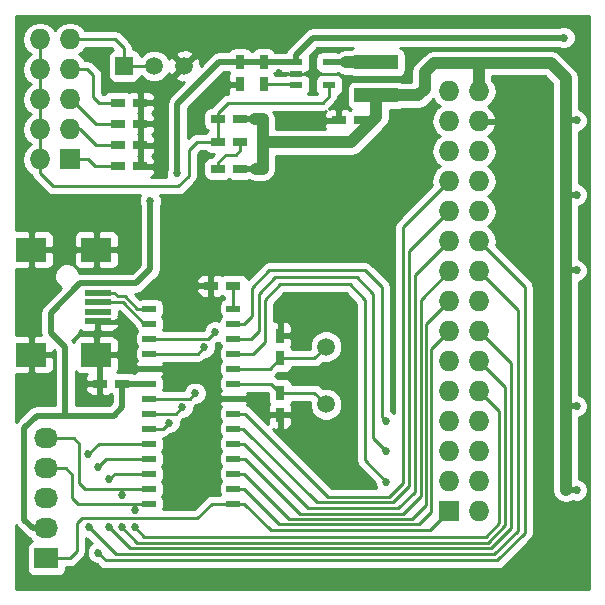
<source format=gtl>
G04 #@! TF.FileFunction,Copper,L1,Top,Signal*
%FSLAX46Y46*%
G04 Gerber Fmt 4.6, Leading zero omitted, Abs format (unit mm)*
G04 Created by KiCad (PCBNEW 4.0.0-rc1-stable) date 06/12/2015 04:25:02 p.m.*
%MOMM*%
G01*
G04 APERTURE LIST*
%ADD10C,0.100000*%
%ADD11R,0.750000X1.200000*%
%ADD12R,1.200000X0.750000*%
%ADD13R,2.032000X1.727200*%
%ADD14O,2.032000X1.727200*%
%ADD15R,2.301240X0.500380*%
%ADD16R,2.499360X1.998980*%
%ADD17R,1.727200X1.727200*%
%ADD18O,1.727200X1.727200*%
%ADD19C,1.510000*%
%ADD20R,1.510000X1.510000*%
%ADD21R,1.143000X0.508000*%
%ADD22R,1.100000X0.600000*%
%ADD23C,1.501140*%
%ADD24R,3.700000X1.200000*%
%ADD25C,0.685800*%
%ADD26C,0.250000*%
%ADD27C,0.500000*%
%ADD28C,1.000000*%
%ADD29C,0.254000*%
G04 APERTURE END LIST*
D10*
D11*
X159700000Y-92850000D03*
X159700000Y-90950000D03*
X159700000Y-95750000D03*
X159700000Y-97650000D03*
D12*
X146350000Y-95000000D03*
X144450000Y-95000000D03*
X155750000Y-86700000D03*
X153850000Y-86700000D03*
D11*
X156300000Y-67750000D03*
X156300000Y-69650000D03*
D12*
X156350000Y-74500000D03*
X154450000Y-74500000D03*
X166550000Y-72700000D03*
X164650000Y-72700000D03*
D13*
X139900000Y-109800000D03*
D14*
X139900000Y-107260000D03*
X139900000Y-104720000D03*
X139900000Y-102180000D03*
X139900000Y-99640000D03*
D15*
X144249320Y-86499800D03*
X144249320Y-87299900D03*
X144249320Y-88100000D03*
X144249320Y-88900100D03*
X144249320Y-89700200D03*
D16*
X144150260Y-83649920D03*
X138651160Y-83649920D03*
X144150260Y-92550080D03*
X138651160Y-92550080D03*
D17*
X174000000Y-105800000D03*
D18*
X176540000Y-105800000D03*
X174000000Y-103260000D03*
X176540000Y-103260000D03*
X174000000Y-100720000D03*
X176540000Y-100720000D03*
X174000000Y-98180000D03*
X176540000Y-98180000D03*
X174000000Y-95640000D03*
X176540000Y-95640000D03*
X174000000Y-93100000D03*
X176540000Y-93100000D03*
X174000000Y-90560000D03*
X176540000Y-90560000D03*
X174000000Y-88020000D03*
X176540000Y-88020000D03*
X174000000Y-85480000D03*
X176540000Y-85480000D03*
X174000000Y-82940000D03*
X176540000Y-82940000D03*
X174000000Y-80400000D03*
X176540000Y-80400000D03*
X174000000Y-77860000D03*
X176540000Y-77860000D03*
X174000000Y-75320000D03*
X176540000Y-75320000D03*
X174000000Y-72780000D03*
X176540000Y-72780000D03*
X174000000Y-70240000D03*
X176540000Y-70240000D03*
D17*
X141900000Y-76000000D03*
D18*
X139360000Y-76000000D03*
X141900000Y-73460000D03*
X139360000Y-73460000D03*
X141900000Y-70920000D03*
X139360000Y-70920000D03*
X141900000Y-68380000D03*
X139360000Y-68380000D03*
X141900000Y-65840000D03*
X139360000Y-65840000D03*
D11*
X158300000Y-67750000D03*
X158300000Y-69650000D03*
D12*
X145950000Y-76600000D03*
X147850000Y-76600000D03*
X145950000Y-74800000D03*
X147850000Y-74800000D03*
X156350000Y-72600000D03*
X154450000Y-72600000D03*
X145950000Y-73000000D03*
X147850000Y-73000000D03*
X145950000Y-71200000D03*
X147850000Y-71200000D03*
X156350000Y-76800000D03*
X154450000Y-76800000D03*
D19*
X151580000Y-68100000D03*
D20*
X146500000Y-68100000D03*
D19*
X149040000Y-68100000D03*
D21*
X155756000Y-105155000D03*
X155756000Y-103885000D03*
X155756000Y-102615000D03*
X155756000Y-101345000D03*
X155756000Y-100075000D03*
X155756000Y-98805000D03*
X155756000Y-97535000D03*
X155756000Y-96265000D03*
X155756000Y-94995000D03*
X155756000Y-93725000D03*
X155756000Y-92455000D03*
X155756000Y-91185000D03*
X155756000Y-89915000D03*
X155756000Y-88645000D03*
X148644000Y-88645000D03*
X148644000Y-89915000D03*
X148644000Y-91185000D03*
X148644000Y-92455000D03*
X148644000Y-93725000D03*
X148644000Y-94995000D03*
X148644000Y-96265000D03*
X148644000Y-97535000D03*
X148644000Y-98805000D03*
X148644000Y-100075000D03*
X148644000Y-101345000D03*
X148644000Y-102615000D03*
X148644000Y-103885000D03*
X148644000Y-105155000D03*
D22*
X163850000Y-67800000D03*
X163850000Y-69700000D03*
X161050000Y-67800000D03*
X161050000Y-68750000D03*
X161050000Y-69700000D03*
D23*
X163600000Y-96740940D03*
X163600000Y-91859060D03*
D24*
X167860000Y-67800000D03*
X167860000Y-70600000D03*
D25*
X145040000Y-111390000D03*
X145850000Y-111390000D03*
X143460000Y-111390000D03*
X182120000Y-90390000D03*
X182110000Y-89580000D03*
X182130000Y-88770000D03*
X182120000Y-87970000D03*
X183660000Y-106310000D03*
X183660000Y-107110000D03*
X182870000Y-107110000D03*
X182070000Y-106310000D03*
X182070000Y-107100000D03*
X144250000Y-111390000D03*
X153680000Y-70850000D03*
X154260000Y-70290000D03*
X160670000Y-76330000D03*
X162230000Y-76320000D03*
X160680000Y-72730000D03*
X162260000Y-72730000D03*
X139430000Y-95750000D03*
X140220000Y-95750000D03*
X146880000Y-84460000D03*
X146880000Y-82870000D03*
X146720000Y-92420000D03*
X146720000Y-90820000D03*
X164660000Y-88130000D03*
X163860000Y-88130000D03*
X163060000Y-88130000D03*
X162260000Y-88130000D03*
X164710000Y-83620000D03*
X164710000Y-82820000D03*
X163900000Y-82820000D03*
X163100000Y-82820000D03*
X162280000Y-82810000D03*
X161470000Y-82830000D03*
X163900000Y-83620000D03*
X163100000Y-83620000D03*
X162280000Y-83620000D03*
X146720000Y-91620000D03*
X146880000Y-83670000D03*
X161470000Y-72730000D03*
X161450000Y-76320000D03*
X138650000Y-95750000D03*
X161470000Y-83620000D03*
X161460000Y-88130000D03*
X182870000Y-106310000D03*
X154830000Y-69720000D03*
X159650000Y-68730000D03*
X151000000Y-77200000D03*
X148700000Y-79500000D03*
X183750000Y-65700000D03*
X184800000Y-104000000D03*
X184800000Y-96900000D03*
X184800000Y-85400000D03*
X184800000Y-79000000D03*
X184800000Y-72700000D03*
X147390000Y-105690000D03*
X147390000Y-107140000D03*
X146300000Y-104420000D03*
X146300000Y-107140000D03*
X168700000Y-103300000D03*
X168700000Y-100700000D03*
X168700000Y-98200000D03*
X154200000Y-90600000D03*
X153300000Y-91900000D03*
X152500000Y-95800000D03*
X145200000Y-107150000D03*
X145200000Y-103100000D03*
X151400000Y-97000000D03*
X143490000Y-107140000D03*
X143480000Y-100970000D03*
X150300000Y-98300000D03*
X144300000Y-109300000D03*
X144300000Y-102050000D03*
D26*
X159700000Y-92850000D02*
X162609060Y-92850000D01*
X162609060Y-92850000D02*
X163600000Y-91859060D01*
X155756000Y-93725000D02*
X158825000Y-93725000D01*
X158825000Y-93725000D02*
X159700000Y-92850000D01*
X144250000Y-111390000D02*
X144620000Y-111390000D01*
X145850000Y-111390000D02*
X145850000Y-111330000D01*
X145850000Y-111330000D02*
X145850000Y-111390000D01*
X145850000Y-111390000D02*
X145850000Y-111330000D01*
X182120000Y-87970000D02*
X182120000Y-88760000D01*
X182120000Y-89590000D02*
X182120000Y-90390000D01*
X182110000Y-89580000D02*
X182120000Y-89590000D01*
X182120000Y-88760000D02*
X182130000Y-88770000D01*
X183660000Y-107110000D02*
X183660000Y-106310000D01*
X183660000Y-106310000D02*
X182870000Y-106310000D01*
X182870000Y-107110000D02*
X182840000Y-107110000D01*
X182840000Y-107110000D02*
X182870000Y-107110000D01*
X182870000Y-107110000D02*
X182840000Y-107110000D01*
X182070000Y-107100000D02*
X182070000Y-106310000D01*
X144310000Y-111330000D02*
X144250000Y-111390000D01*
X181140000Y-111330000D02*
X145850000Y-111330000D01*
X145850000Y-111330000D02*
X144310000Y-111330000D01*
X153700000Y-70850000D02*
X153680000Y-70850000D01*
X154260000Y-70290000D02*
X153700000Y-70850000D01*
X161450000Y-76320000D02*
X160680000Y-76320000D01*
X160680000Y-76320000D02*
X160670000Y-76330000D01*
X161470000Y-72730000D02*
X160680000Y-72730000D01*
X162260000Y-72730000D02*
X162260000Y-72700000D01*
X162260000Y-72700000D02*
X162260000Y-72730000D01*
X162260000Y-72730000D02*
X162260000Y-72700000D01*
X140220000Y-95750000D02*
X139430000Y-95750000D01*
X146880000Y-83670000D02*
X146880000Y-84460000D01*
X146720000Y-91620000D02*
X146720000Y-92420000D01*
X146720000Y-90820000D02*
X146730000Y-90820000D01*
X146730000Y-90820000D02*
X146720000Y-90820000D01*
X146720000Y-90820000D02*
X146730000Y-90820000D01*
X163860000Y-88130000D02*
X164660000Y-88130000D01*
X162260000Y-88130000D02*
X163060000Y-88130000D01*
X164710000Y-82820000D02*
X164710000Y-83620000D01*
X163100000Y-83620000D02*
X163100000Y-82820000D01*
X161470000Y-83620000D02*
X161470000Y-82830000D01*
X161470000Y-83620000D02*
X162280000Y-83620000D01*
X163100000Y-83620000D02*
X163900000Y-83620000D01*
X146010200Y-89700200D02*
X144249320Y-89700200D01*
X146730000Y-90420000D02*
X146010200Y-89700200D01*
X146730000Y-91610000D02*
X146730000Y-90820000D01*
X146730000Y-90820000D02*
X146730000Y-90420000D01*
X146720000Y-91620000D02*
X146730000Y-91610000D01*
X146859920Y-83649920D02*
X146880000Y-83670000D01*
X144150260Y-83649920D02*
X146859920Y-83649920D01*
X161470000Y-83620000D02*
X161470000Y-76340000D01*
X161500000Y-72700000D02*
X162260000Y-72700000D01*
X162260000Y-72700000D02*
X164650000Y-72700000D01*
X161470000Y-72730000D02*
X161500000Y-72700000D01*
X161470000Y-76340000D02*
X161450000Y-76320000D01*
X138651160Y-95748840D02*
X138651160Y-83649920D01*
X138650000Y-95750000D02*
X138651160Y-95748840D01*
X138651160Y-83649920D02*
X144150260Y-83649920D01*
X159700000Y-90950000D02*
X159700000Y-89610000D01*
X153850000Y-84850000D02*
X153850000Y-86700000D01*
X154880000Y-83820000D02*
X153850000Y-84850000D01*
X161270000Y-83820000D02*
X154880000Y-83820000D01*
X161470000Y-83620000D02*
X161270000Y-83820000D01*
X161460000Y-88220000D02*
X161460000Y-88130000D01*
X159700000Y-89610000D02*
X161460000Y-88220000D01*
X182870000Y-106310000D02*
X182870000Y-105720000D01*
X182870000Y-105720000D02*
X182120000Y-104970000D01*
X182120000Y-104970000D02*
X182120000Y-87970000D01*
X182840000Y-109630000D02*
X181140000Y-111330000D01*
X182840000Y-106340000D02*
X182840000Y-107110000D01*
X182840000Y-107110000D02*
X182840000Y-109630000D01*
X182870000Y-106310000D02*
X182840000Y-106340000D01*
X161050000Y-68750000D02*
X159670000Y-68750000D01*
X154900000Y-69650000D02*
X156300000Y-69650000D01*
X154830000Y-69720000D02*
X154900000Y-69650000D01*
X159670000Y-68750000D02*
X159650000Y-68730000D01*
D27*
X144450000Y-95000000D02*
X144450000Y-92849820D01*
X144450000Y-92849820D02*
X144150260Y-92550080D01*
D26*
X159700000Y-95750000D02*
X162609060Y-95750000D01*
X162609060Y-95750000D02*
X163600000Y-96740940D01*
X155756000Y-94995000D02*
X158945000Y-94995000D01*
X158945000Y-94995000D02*
X159700000Y-95750000D01*
D27*
X144249320Y-86499800D02*
X147500200Y-86499800D01*
X154550000Y-67750000D02*
X156300000Y-67750000D01*
X151000000Y-71300000D02*
X154550000Y-67750000D01*
X151000000Y-77200000D02*
X151000000Y-71300000D01*
X148700000Y-85300000D02*
X148700000Y-79500000D01*
X147500200Y-86499800D02*
X148700000Y-85300000D01*
X144249320Y-86499800D02*
X142800200Y-86499800D01*
X141500000Y-91900000D02*
X141500000Y-97700000D01*
X140300000Y-90700000D02*
X141500000Y-91900000D01*
X140300000Y-89000000D02*
X140300000Y-90700000D01*
X142800200Y-86499800D02*
X140300000Y-89000000D01*
X161050000Y-67150000D02*
X161050000Y-67800000D01*
X162500000Y-65700000D02*
X161050000Y-67150000D01*
X163800000Y-65700000D02*
X162500000Y-65700000D01*
X183750000Y-65700000D02*
X163800000Y-65700000D01*
X146350000Y-95000000D02*
X148639000Y-95000000D01*
X148639000Y-95000000D02*
X148644000Y-94995000D01*
X139900000Y-107260000D02*
X138810000Y-107260000D01*
X146350000Y-96950000D02*
X146350000Y-95000000D01*
X145600000Y-97700000D02*
X146350000Y-96950000D01*
X139100000Y-97700000D02*
X141500000Y-97700000D01*
X141500000Y-97700000D02*
X145600000Y-97700000D01*
X138050000Y-98750000D02*
X139100000Y-97700000D01*
X138050000Y-106500000D02*
X138050000Y-98750000D01*
X138810000Y-107260000D02*
X138050000Y-106500000D01*
X156300000Y-67750000D02*
X158300000Y-67750000D01*
X158300000Y-67750000D02*
X158350000Y-67800000D01*
X158350000Y-67800000D02*
X161050000Y-67800000D01*
D26*
X148639000Y-95000000D02*
X148644000Y-94995000D01*
X155756000Y-88645000D02*
X155756000Y-86706000D01*
X155756000Y-86706000D02*
X155750000Y-86700000D01*
X155750000Y-88639000D02*
X155756000Y-88645000D01*
X155750000Y-88639000D02*
X155756000Y-88645000D01*
X154450000Y-76800000D02*
X154450000Y-76250000D01*
X156350000Y-75250000D02*
X156350000Y-74500000D01*
X156000000Y-75600000D02*
X156350000Y-75250000D01*
X155100000Y-75600000D02*
X156000000Y-75600000D01*
X154450000Y-76250000D02*
X155100000Y-75600000D01*
X139360000Y-76000000D02*
X139360000Y-77160000D01*
X152700000Y-74500000D02*
X154450000Y-74500000D01*
X152000000Y-75200000D02*
X152700000Y-74500000D01*
X152000000Y-77400000D02*
X152000000Y-75200000D01*
X151100000Y-78300000D02*
X152000000Y-77400000D01*
X140500000Y-78300000D02*
X151100000Y-78300000D01*
X139360000Y-77160000D02*
X140500000Y-78300000D01*
X154450000Y-72600000D02*
X154450000Y-74500000D01*
X154450000Y-72600000D02*
X154450000Y-72050000D01*
X163850000Y-70650000D02*
X163850000Y-69700000D01*
X163300000Y-71200000D02*
X163850000Y-70650000D01*
X155300000Y-71200000D02*
X163300000Y-71200000D01*
X154450000Y-72050000D02*
X155300000Y-71200000D01*
X139360000Y-65840000D02*
X139360000Y-68380000D01*
X139360000Y-68380000D02*
X139360000Y-70920000D01*
X139360000Y-70920000D02*
X139360000Y-73460000D01*
X139360000Y-73460000D02*
X139360000Y-76000000D01*
X139360000Y-76000000D02*
X139400000Y-76040000D01*
D28*
X158230000Y-74550000D02*
X165730000Y-74550000D01*
X165730000Y-74550000D02*
X167580000Y-72700000D01*
X157600000Y-72600000D02*
X158230000Y-72600000D01*
X158220000Y-76800000D02*
X157630000Y-76800000D01*
X158230000Y-76810000D02*
X158220000Y-76800000D01*
X158230000Y-72600000D02*
X158230000Y-74550000D01*
X158230000Y-74550000D02*
X158230000Y-76810000D01*
D27*
X156350000Y-72600000D02*
X157600000Y-72600000D01*
X157600000Y-72600000D02*
X157640000Y-72600000D01*
X156350000Y-76800000D02*
X157630000Y-76800000D01*
X157630000Y-76800000D02*
X157640000Y-76800000D01*
X166550000Y-72700000D02*
X167580000Y-72700000D01*
D28*
X167580000Y-72700000D02*
X167860000Y-72420000D01*
X167860000Y-72420000D02*
X167860000Y-70600000D01*
X183900000Y-104000000D02*
X183900000Y-96900000D01*
D27*
X184800000Y-104000000D02*
X183900000Y-104000000D01*
X184800000Y-96900000D02*
X183900000Y-96900000D01*
X184800000Y-85400000D02*
X183900000Y-85400000D01*
X184800000Y-79000000D02*
X183900000Y-79000000D01*
X184800000Y-72700000D02*
X183900000Y-72700000D01*
D28*
X176540000Y-70240000D02*
X176540000Y-67850000D01*
X176550000Y-67900000D02*
X176550000Y-67850000D01*
X176550000Y-67860000D02*
X176550000Y-67900000D01*
X176540000Y-67850000D02*
X176550000Y-67860000D01*
X167860000Y-70600000D02*
X171400000Y-70600000D01*
X183900000Y-69150000D02*
X183900000Y-72700000D01*
X176550000Y-67850000D02*
X182600000Y-67850000D01*
X182600000Y-67850000D02*
X183900000Y-69150000D01*
X183900000Y-72700000D02*
X183900000Y-79000000D01*
X183900000Y-79000000D02*
X183900000Y-85400000D01*
X183900000Y-85400000D02*
X183900000Y-96900000D01*
X172750000Y-67850000D02*
X176550000Y-67850000D01*
X171950000Y-68650000D02*
X172750000Y-67850000D01*
X171950000Y-70050000D02*
X171950000Y-68650000D01*
X171400000Y-70600000D02*
X171950000Y-70050000D01*
D27*
X163850000Y-67800000D02*
X165250000Y-67800000D01*
D28*
X165250000Y-67800000D02*
X167860000Y-67800000D01*
D26*
X139900000Y-109800000D02*
X141900000Y-109800000D01*
X153945000Y-105155000D02*
X155756000Y-105155000D01*
X152700000Y-106400000D02*
X153945000Y-105155000D01*
X142900000Y-106400000D02*
X152700000Y-106400000D01*
X142500000Y-106800000D02*
X142900000Y-106400000D01*
X142500000Y-109200000D02*
X142500000Y-106800000D01*
X141900000Y-109800000D02*
X142500000Y-109200000D01*
X155756000Y-105155000D02*
X156655000Y-105155000D01*
X156655000Y-105155000D02*
X158900000Y-107400000D01*
X158900000Y-107400000D02*
X172400000Y-107400000D01*
X172400000Y-107400000D02*
X174000000Y-105800000D01*
X173355000Y-105155000D02*
X174000000Y-105800000D01*
X147390000Y-105155000D02*
X147390000Y-105690000D01*
X147390000Y-107140000D02*
X148200000Y-107950000D01*
X148200000Y-107950000D02*
X177100000Y-107950000D01*
X177100000Y-107950000D02*
X178250000Y-106800000D01*
X178250000Y-106800000D02*
X178250000Y-97350000D01*
X178250000Y-97350000D02*
X176540000Y-95640000D01*
X139900000Y-102180000D02*
X141580000Y-102180000D01*
X142555000Y-105155000D02*
X147390000Y-105155000D01*
X147390000Y-105155000D02*
X147640000Y-105155000D01*
X147640000Y-105155000D02*
X148644000Y-105155000D01*
X142100000Y-104700000D02*
X142555000Y-105155000D01*
X142100000Y-102700000D02*
X142100000Y-104700000D01*
X141580000Y-102180000D02*
X142100000Y-102700000D01*
X146300000Y-103885000D02*
X146300000Y-104420000D01*
X146300000Y-107140000D02*
X147610000Y-108450000D01*
X147610000Y-108450000D02*
X177300000Y-108450000D01*
X177300000Y-108450000D02*
X178750000Y-107000000D01*
X178750000Y-107000000D02*
X178750000Y-95310000D01*
X178750000Y-95310000D02*
X176540000Y-93100000D01*
X139900000Y-99640000D02*
X142240000Y-99640000D01*
X143185000Y-103885000D02*
X146300000Y-103885000D01*
X146300000Y-103885000D02*
X146500000Y-103885000D01*
X146500000Y-103885000D02*
X146560000Y-103885000D01*
X146560000Y-103885000D02*
X148644000Y-103885000D01*
X142700000Y-103400000D02*
X143185000Y-103885000D01*
X142700000Y-100100000D02*
X142700000Y-103400000D01*
X142240000Y-99640000D02*
X142700000Y-100100000D01*
X144249320Y-87299900D02*
X145649902Y-87299900D01*
X147581398Y-88645000D02*
X148644000Y-88645000D01*
X146536398Y-87600000D02*
X147581398Y-88645000D01*
X145950002Y-87600000D02*
X146536398Y-87600000D01*
X145649902Y-87299900D02*
X145950002Y-87600000D01*
X144249320Y-88100000D02*
X146400000Y-88100000D01*
X146400000Y-88100000D02*
X148215000Y-89915000D01*
X148215000Y-89915000D02*
X148644000Y-89915000D01*
X155756000Y-92455000D02*
X157445000Y-92455000D01*
X166900000Y-101500000D02*
X168700000Y-103300000D01*
X166900000Y-87900000D02*
X166900000Y-101500000D01*
X165600000Y-86600000D02*
X166900000Y-87900000D01*
X159700000Y-86600000D02*
X165600000Y-86600000D01*
X158400000Y-87900000D02*
X159700000Y-86600000D01*
X158400000Y-91500000D02*
X158400000Y-87900000D01*
X157445000Y-92455000D02*
X158400000Y-91500000D01*
X155756000Y-91185000D02*
X157215000Y-91185000D01*
X167600000Y-99600000D02*
X168700000Y-100700000D01*
X167600000Y-87400000D02*
X167600000Y-99600000D01*
X166200000Y-86000000D02*
X167600000Y-87400000D01*
X159300000Y-86000000D02*
X166200000Y-86000000D01*
X157900000Y-87400000D02*
X159300000Y-86000000D01*
X157900000Y-90500000D02*
X157900000Y-87400000D01*
X157215000Y-91185000D02*
X157900000Y-90500000D01*
X155756000Y-89915000D02*
X156685000Y-89915000D01*
X168300000Y-97800000D02*
X168700000Y-98200000D01*
X168300000Y-86800000D02*
X168300000Y-97800000D01*
X166900000Y-85400000D02*
X168300000Y-86800000D01*
X158800000Y-85400000D02*
X166900000Y-85400000D01*
X157300000Y-86900000D02*
X158800000Y-85400000D01*
X157300000Y-89300000D02*
X157300000Y-86900000D01*
X156685000Y-89915000D02*
X157300000Y-89300000D01*
X148644000Y-91185000D02*
X153615000Y-91185000D01*
X153615000Y-91185000D02*
X154200000Y-90600000D01*
X148644000Y-92455000D02*
X152745000Y-92455000D01*
X152745000Y-92455000D02*
X153300000Y-91900000D01*
X155756000Y-103885000D02*
X156635002Y-103885000D01*
X172500000Y-92060000D02*
X174000000Y-90560000D01*
X172500000Y-105900000D02*
X172500000Y-92060000D01*
X171500000Y-106900000D02*
X172500000Y-105900000D01*
X159650002Y-106900000D02*
X171500000Y-106900000D01*
X156635002Y-103885000D02*
X159650002Y-106900000D01*
X155756000Y-102615000D02*
X156665002Y-102615000D01*
X172049998Y-89970002D02*
X174000000Y-88020000D01*
X172049998Y-105250000D02*
X172049998Y-89970002D01*
X170850000Y-106449998D02*
X172049998Y-105250000D01*
X160500000Y-106449998D02*
X170850000Y-106449998D01*
X156665002Y-102615000D02*
X160500000Y-106449998D01*
X155756000Y-102615000D02*
X156160004Y-102615000D01*
X155756000Y-101345000D02*
X156695004Y-101345000D01*
X171599996Y-87880004D02*
X174000000Y-85480000D01*
X171599996Y-104550004D02*
X171599996Y-87880004D01*
X170150004Y-105999996D02*
X171599996Y-104550004D01*
X161350000Y-105999996D02*
X170150004Y-105999996D01*
X156695004Y-101345000D02*
X161350000Y-105999996D01*
X155756000Y-101345000D02*
X155895002Y-101345000D01*
X155756000Y-100075000D02*
X156625006Y-100075000D01*
X171100000Y-85840000D02*
X174000000Y-82940000D01*
X171100000Y-104150000D02*
X171100000Y-85840000D01*
X169700006Y-105549994D02*
X171100000Y-104150000D01*
X162100000Y-105549994D02*
X169700006Y-105549994D01*
X156625006Y-100075000D02*
X162100000Y-105549994D01*
X155756000Y-98805000D02*
X156605002Y-98805000D01*
X170600000Y-83800000D02*
X174000000Y-80400000D01*
X170600000Y-103699992D02*
X170600000Y-83800000D01*
X169249994Y-105049998D02*
X170600000Y-103699992D01*
X162850000Y-105049998D02*
X169249994Y-105049998D01*
X156605002Y-98805000D02*
X162850000Y-105049998D01*
X155756000Y-97535000D02*
X156735000Y-97535000D01*
X170100000Y-81760000D02*
X173060000Y-78800000D01*
X170100000Y-103400000D02*
X170100000Y-81760000D01*
X168900004Y-104599996D02*
X170100000Y-103400000D01*
X163799996Y-104599996D02*
X168900004Y-104599996D01*
X156735000Y-97535000D02*
X163799996Y-104599996D01*
X173060000Y-78800000D02*
X174000000Y-77860000D01*
X148644000Y-96265000D02*
X152035000Y-96265000D01*
X152035000Y-96265000D02*
X152500000Y-95800000D01*
X179250000Y-93270000D02*
X176540000Y-90560000D01*
X179250000Y-107250000D02*
X179250000Y-93270000D01*
X177550000Y-108950000D02*
X179250000Y-107250000D01*
X147000000Y-108950000D02*
X177550000Y-108950000D01*
X145200000Y-107150000D02*
X147000000Y-108950000D01*
X145685000Y-102615000D02*
X145200000Y-103100000D01*
X148644000Y-102615000D02*
X145685000Y-102615000D01*
X148644000Y-97535000D02*
X150865000Y-97535000D01*
X150865000Y-97535000D02*
X151400000Y-97000000D01*
X148644000Y-100075000D02*
X144370000Y-100080000D01*
X179850000Y-88790000D02*
X176540000Y-85480000D01*
X179850000Y-107450000D02*
X179850000Y-88790000D01*
X177850000Y-109450000D02*
X179850000Y-107450000D01*
X145790000Y-109440000D02*
X177850000Y-109450000D01*
X143490000Y-107140000D02*
X145790000Y-109440000D01*
X144370000Y-100080000D02*
X143480000Y-100970000D01*
X148644000Y-98805000D02*
X149795000Y-98805000D01*
X149795000Y-98805000D02*
X150300000Y-98300000D01*
X148644000Y-101345000D02*
X145005000Y-101345000D01*
X180400000Y-86800000D02*
X176540000Y-82940000D01*
X180400000Y-107650000D02*
X180400000Y-86800000D01*
X178100000Y-109950000D02*
X180400000Y-107650000D01*
X144950000Y-109950000D02*
X178100000Y-109950000D01*
X144300000Y-109300000D02*
X144950000Y-109950000D01*
X145005000Y-101345000D02*
X144300000Y-102050000D01*
X141900000Y-76000000D02*
X143400000Y-76000000D01*
X144000000Y-76600000D02*
X145950000Y-76600000D01*
X143400000Y-76000000D02*
X144000000Y-76600000D01*
X141900000Y-73460000D02*
X142760000Y-73460000D01*
X142760000Y-73460000D02*
X144100000Y-74800000D01*
X144100000Y-74800000D02*
X145950000Y-74800000D01*
X141900000Y-70920000D02*
X142020000Y-70920000D01*
X142020000Y-70920000D02*
X144100000Y-73000000D01*
X144100000Y-73000000D02*
X145950000Y-73000000D01*
X141900000Y-68380000D02*
X143380000Y-68380000D01*
X144400000Y-71200000D02*
X145950000Y-71200000D01*
X143900000Y-70700000D02*
X144400000Y-71200000D01*
X143900000Y-68900000D02*
X143900000Y-70700000D01*
X143380000Y-68380000D02*
X143900000Y-68900000D01*
X141900000Y-65840000D02*
X145740000Y-65840000D01*
X146500000Y-66600000D02*
X146500000Y-68100000D01*
X145740000Y-65840000D02*
X146500000Y-66600000D01*
X146500000Y-68100000D02*
X149040000Y-68100000D01*
X158300000Y-69650000D02*
X161000000Y-69650000D01*
X161000000Y-69650000D02*
X161050000Y-69700000D01*
D29*
G36*
X185890000Y-112390000D02*
X137337000Y-112390000D01*
X137337000Y-106995270D01*
X137400857Y-107090839D01*
X137424210Y-107125790D01*
X138184208Y-107885787D01*
X138184210Y-107885790D01*
X138471325Y-108077633D01*
X138497315Y-108082803D01*
X138655585Y-108319670D01*
X138669913Y-108329243D01*
X138648683Y-108333238D01*
X138432559Y-108472310D01*
X138287569Y-108684510D01*
X138236560Y-108936400D01*
X138236560Y-110663600D01*
X138280838Y-110898917D01*
X138419910Y-111115041D01*
X138632110Y-111260031D01*
X138884000Y-111311040D01*
X140916000Y-111311040D01*
X141151317Y-111266762D01*
X141367441Y-111127690D01*
X141512431Y-110915490D01*
X141563440Y-110663600D01*
X141563440Y-110560000D01*
X141900000Y-110560000D01*
X142190839Y-110502148D01*
X142437401Y-110337401D01*
X143037401Y-109737401D01*
X143202148Y-109490839D01*
X143260000Y-109200000D01*
X143260000Y-108103350D01*
X143294630Y-108117730D01*
X143393014Y-108117816D01*
X143746239Y-108471041D01*
X143471460Y-108745341D01*
X143322270Y-109104630D01*
X143321931Y-109493663D01*
X143470493Y-109853212D01*
X143745341Y-110128540D01*
X144104630Y-110277730D01*
X144203014Y-110277816D01*
X144412599Y-110487401D01*
X144659161Y-110652148D01*
X144950000Y-110710000D01*
X178100000Y-110710000D01*
X178390839Y-110652148D01*
X178637401Y-110487401D01*
X180937401Y-108187401D01*
X181102148Y-107940840D01*
X181160000Y-107650000D01*
X181160000Y-86800000D01*
X181150052Y-86749990D01*
X181102148Y-86509160D01*
X180937401Y-86262599D01*
X177973158Y-83298356D01*
X178038600Y-82969359D01*
X178038600Y-82910641D01*
X177924526Y-82337152D01*
X177599670Y-81850971D01*
X177328828Y-81670000D01*
X177599670Y-81489029D01*
X177924526Y-81002848D01*
X178038600Y-80429359D01*
X178038600Y-80370641D01*
X177924526Y-79797152D01*
X177599670Y-79310971D01*
X177328828Y-79130000D01*
X177599670Y-78949029D01*
X177924526Y-78462848D01*
X178038600Y-77889359D01*
X178038600Y-77830641D01*
X177924526Y-77257152D01*
X177599670Y-76770971D01*
X177328828Y-76590000D01*
X177599670Y-76409029D01*
X177924526Y-75922848D01*
X178038600Y-75349359D01*
X178038600Y-75290641D01*
X177924526Y-74717152D01*
X177599670Y-74230971D01*
X177328839Y-74050008D01*
X177746821Y-73668490D01*
X177994968Y-73139027D01*
X177874469Y-72907000D01*
X176667000Y-72907000D01*
X176667000Y-72927000D01*
X176413000Y-72927000D01*
X176413000Y-72907000D01*
X176393000Y-72907000D01*
X176393000Y-72653000D01*
X176413000Y-72653000D01*
X176413000Y-72633000D01*
X176667000Y-72633000D01*
X176667000Y-72653000D01*
X177874469Y-72653000D01*
X177994968Y-72420973D01*
X177746821Y-71891510D01*
X177328839Y-71509992D01*
X177599670Y-71329029D01*
X177924526Y-70842848D01*
X178038600Y-70269359D01*
X178038600Y-70210641D01*
X177924526Y-69637152D01*
X177675000Y-69263710D01*
X177675000Y-68985000D01*
X182129868Y-68985000D01*
X182765000Y-69620132D01*
X182765000Y-104000000D01*
X182851397Y-104434346D01*
X183097434Y-104802566D01*
X183465654Y-105048603D01*
X183900000Y-105135000D01*
X184334346Y-105048603D01*
X184503353Y-104935676D01*
X184604630Y-104977730D01*
X184993663Y-104978069D01*
X185353212Y-104829507D01*
X185628540Y-104554659D01*
X185777730Y-104195370D01*
X185778069Y-103806337D01*
X185629507Y-103446788D01*
X185354659Y-103171460D01*
X185035000Y-103038726D01*
X185035000Y-97860989D01*
X185353212Y-97729507D01*
X185628540Y-97454659D01*
X185777730Y-97095370D01*
X185778069Y-96706337D01*
X185629507Y-96346788D01*
X185354659Y-96071460D01*
X185035000Y-95938726D01*
X185035000Y-86360989D01*
X185353212Y-86229507D01*
X185628540Y-85954659D01*
X185777730Y-85595370D01*
X185778069Y-85206337D01*
X185629507Y-84846788D01*
X185354659Y-84571460D01*
X185035000Y-84438726D01*
X185035000Y-79960989D01*
X185353212Y-79829507D01*
X185628540Y-79554659D01*
X185777730Y-79195370D01*
X185778069Y-78806337D01*
X185629507Y-78446788D01*
X185354659Y-78171460D01*
X185035000Y-78038726D01*
X185035000Y-73660989D01*
X185353212Y-73529507D01*
X185628540Y-73254659D01*
X185777730Y-72895370D01*
X185778069Y-72506337D01*
X185629507Y-72146788D01*
X185354659Y-71871460D01*
X185035000Y-71738726D01*
X185035000Y-69150000D01*
X185033011Y-69140000D01*
X184948604Y-68715655D01*
X184702566Y-68347434D01*
X183402566Y-67047434D01*
X183305186Y-66982367D01*
X183034346Y-66801397D01*
X182600000Y-66715000D01*
X172750000Y-66715000D01*
X172315654Y-66801397D01*
X172044814Y-66982367D01*
X171947434Y-67047434D01*
X171147434Y-67847434D01*
X170901397Y-68215654D01*
X170815000Y-68650000D01*
X170815000Y-69465000D01*
X170051797Y-69465000D01*
X169961890Y-69403569D01*
X169710000Y-69352560D01*
X166010000Y-69352560D01*
X165774683Y-69396838D01*
X165558559Y-69535910D01*
X165413569Y-69748110D01*
X165362560Y-70000000D01*
X165362560Y-71200000D01*
X165406838Y-71435317D01*
X165545910Y-71651441D01*
X165680825Y-71743625D01*
X165611354Y-71788329D01*
X165609698Y-71786673D01*
X165376309Y-71690000D01*
X164935750Y-71690000D01*
X164777000Y-71848750D01*
X164777000Y-72573000D01*
X164797000Y-72573000D01*
X164797000Y-72827000D01*
X164777000Y-72827000D01*
X164777000Y-72847000D01*
X164523000Y-72847000D01*
X164523000Y-72827000D01*
X163573750Y-72827000D01*
X163415000Y-72985750D01*
X163415000Y-73201310D01*
X163503513Y-73415000D01*
X159365000Y-73415000D01*
X159365000Y-72600000D01*
X159278603Y-72165654D01*
X159141189Y-71960000D01*
X163300000Y-71960000D01*
X163570850Y-71906124D01*
X163511673Y-71965301D01*
X163415000Y-72198690D01*
X163415000Y-72414250D01*
X163573750Y-72573000D01*
X164523000Y-72573000D01*
X164523000Y-71848750D01*
X164364250Y-71690000D01*
X163923691Y-71690000D01*
X163857303Y-71717499D01*
X164387401Y-71187401D01*
X164552148Y-70940840D01*
X164569588Y-70853162D01*
X164610000Y-70650000D01*
X164610000Y-70607926D01*
X164635317Y-70603162D01*
X164851441Y-70464090D01*
X164996431Y-70251890D01*
X165047440Y-70000000D01*
X165047440Y-69400000D01*
X165003162Y-69164683D01*
X164864090Y-68948559D01*
X164651890Y-68803569D01*
X164400000Y-68752560D01*
X163300000Y-68752560D01*
X163064683Y-68796838D01*
X162848559Y-68935910D01*
X162703569Y-69148110D01*
X162652560Y-69400000D01*
X162652560Y-70000000D01*
X162696838Y-70235317D01*
X162828548Y-70440000D01*
X162067901Y-70440000D01*
X162196431Y-70251890D01*
X162247440Y-70000000D01*
X162247440Y-69400000D01*
X162214611Y-69225531D01*
X162235000Y-69176309D01*
X162235000Y-69035750D01*
X162076250Y-68877000D01*
X161959360Y-68877000D01*
X161851890Y-68803569D01*
X161600000Y-68752560D01*
X160500000Y-68752560D01*
X160264683Y-68796838D01*
X160140108Y-68877000D01*
X160023750Y-68877000D01*
X160010750Y-68890000D01*
X159292334Y-68890000D01*
X159278162Y-68814683D01*
X159204380Y-68700022D01*
X159214644Y-68685000D01*
X160231380Y-68685000D01*
X160248110Y-68696431D01*
X160500000Y-68747440D01*
X161600000Y-68747440D01*
X161835317Y-68703162D01*
X161959892Y-68623000D01*
X162076250Y-68623000D01*
X162235000Y-68464250D01*
X162235000Y-68323691D01*
X162212931Y-68270411D01*
X162247440Y-68100000D01*
X162247440Y-67500000D01*
X162203162Y-67264683D01*
X162196794Y-67254786D01*
X162866579Y-66585000D01*
X165837596Y-66585000D01*
X165774683Y-66596838D01*
X165668756Y-66665000D01*
X165250000Y-66665000D01*
X164815654Y-66751397D01*
X164602793Y-66893627D01*
X164400000Y-66852560D01*
X163300000Y-66852560D01*
X163064683Y-66896838D01*
X162848559Y-67035910D01*
X162703569Y-67248110D01*
X162652560Y-67500000D01*
X162652560Y-68100000D01*
X162696838Y-68335317D01*
X162835910Y-68551441D01*
X163048110Y-68696431D01*
X163300000Y-68747440D01*
X164400000Y-68747440D01*
X164606189Y-68708643D01*
X164815654Y-68848603D01*
X165250000Y-68935000D01*
X165668203Y-68935000D01*
X165758110Y-68996431D01*
X166010000Y-69047440D01*
X169710000Y-69047440D01*
X169945317Y-69003162D01*
X170161441Y-68864090D01*
X170306431Y-68651890D01*
X170357440Y-68400000D01*
X170357440Y-67200000D01*
X170313162Y-66964683D01*
X170174090Y-66748559D01*
X169961890Y-66603569D01*
X169870194Y-66585000D01*
X183331312Y-66585000D01*
X183554630Y-66677730D01*
X183943663Y-66678069D01*
X184303212Y-66529507D01*
X184578540Y-66254659D01*
X184727730Y-65895370D01*
X184728069Y-65506337D01*
X184579507Y-65146788D01*
X184304659Y-64871460D01*
X183945370Y-64722270D01*
X183556337Y-64721931D01*
X183331092Y-64815000D01*
X162500005Y-64815000D01*
X162500000Y-64814999D01*
X162221019Y-64870493D01*
X162161325Y-64882367D01*
X161874210Y-65074210D01*
X161874208Y-65074213D01*
X160424210Y-66524210D01*
X160232367Y-66811325D01*
X160232367Y-66811326D01*
X160211744Y-66915000D01*
X159278222Y-66915000D01*
X159278162Y-66914683D01*
X159139090Y-66698559D01*
X158926890Y-66553569D01*
X158675000Y-66502560D01*
X157925000Y-66502560D01*
X157689683Y-66546838D01*
X157473559Y-66685910D01*
X157351192Y-66865000D01*
X157246192Y-66865000D01*
X157139090Y-66698559D01*
X156926890Y-66553569D01*
X156675000Y-66502560D01*
X155925000Y-66502560D01*
X155689683Y-66546838D01*
X155473559Y-66685910D01*
X155351192Y-66865000D01*
X154550005Y-66865000D01*
X154550000Y-66864999D01*
X154211325Y-66932367D01*
X153924210Y-67124210D01*
X153924208Y-67124213D01*
X152970649Y-68077771D01*
X152954285Y-67753751D01*
X152796601Y-67373068D01*
X152555141Y-67304465D01*
X151759605Y-68100000D01*
X151773748Y-68114142D01*
X151594142Y-68293748D01*
X151580000Y-68279605D01*
X150784465Y-69075141D01*
X150853068Y-69316601D01*
X151373976Y-69502177D01*
X151555406Y-69493014D01*
X150374210Y-70674210D01*
X150182367Y-70961325D01*
X150182367Y-70961326D01*
X150114999Y-71300000D01*
X150115000Y-71300005D01*
X150115000Y-76781312D01*
X150022270Y-77004630D01*
X150021931Y-77393663D01*
X150082396Y-77540000D01*
X148745304Y-77540000D01*
X148809698Y-77513327D01*
X148988327Y-77334699D01*
X149085000Y-77101310D01*
X149085000Y-76885750D01*
X148926250Y-76727000D01*
X147977000Y-76727000D01*
X147977000Y-76747000D01*
X147723000Y-76747000D01*
X147723000Y-76727000D01*
X147703000Y-76727000D01*
X147703000Y-76473000D01*
X147723000Y-76473000D01*
X147723000Y-75748750D01*
X147674250Y-75700000D01*
X147723000Y-75651250D01*
X147723000Y-74927000D01*
X147977000Y-74927000D01*
X147977000Y-75651250D01*
X148025750Y-75700000D01*
X147977000Y-75748750D01*
X147977000Y-76473000D01*
X148926250Y-76473000D01*
X149085000Y-76314250D01*
X149085000Y-76098690D01*
X148988327Y-75865301D01*
X148823025Y-75700000D01*
X148988327Y-75534699D01*
X149085000Y-75301310D01*
X149085000Y-75085750D01*
X148926250Y-74927000D01*
X147977000Y-74927000D01*
X147723000Y-74927000D01*
X147703000Y-74927000D01*
X147703000Y-74673000D01*
X147723000Y-74673000D01*
X147723000Y-73948750D01*
X147674250Y-73900000D01*
X147723000Y-73851250D01*
X147723000Y-73127000D01*
X147977000Y-73127000D01*
X147977000Y-73851250D01*
X148025750Y-73900000D01*
X147977000Y-73948750D01*
X147977000Y-74673000D01*
X148926250Y-74673000D01*
X149085000Y-74514250D01*
X149085000Y-74298690D01*
X148988327Y-74065301D01*
X148823025Y-73900000D01*
X148988327Y-73734699D01*
X149085000Y-73501310D01*
X149085000Y-73285750D01*
X148926250Y-73127000D01*
X147977000Y-73127000D01*
X147723000Y-73127000D01*
X147703000Y-73127000D01*
X147703000Y-72873000D01*
X147723000Y-72873000D01*
X147723000Y-72148750D01*
X147674250Y-72100000D01*
X147723000Y-72051250D01*
X147723000Y-71327000D01*
X147977000Y-71327000D01*
X147977000Y-72051250D01*
X148025750Y-72100000D01*
X147977000Y-72148750D01*
X147977000Y-72873000D01*
X148926250Y-72873000D01*
X149085000Y-72714250D01*
X149085000Y-72498690D01*
X148988327Y-72265301D01*
X148823025Y-72100000D01*
X148988327Y-71934699D01*
X149085000Y-71701310D01*
X149085000Y-71485750D01*
X148926250Y-71327000D01*
X147977000Y-71327000D01*
X147723000Y-71327000D01*
X147703000Y-71327000D01*
X147703000Y-71073000D01*
X147723000Y-71073000D01*
X147723000Y-70348750D01*
X147977000Y-70348750D01*
X147977000Y-71073000D01*
X148926250Y-71073000D01*
X149085000Y-70914250D01*
X149085000Y-70698690D01*
X148988327Y-70465301D01*
X148809698Y-70286673D01*
X148576309Y-70190000D01*
X148135750Y-70190000D01*
X147977000Y-70348750D01*
X147723000Y-70348750D01*
X147564250Y-70190000D01*
X147123691Y-70190000D01*
X146890302Y-70286673D01*
X146888932Y-70288043D01*
X146801890Y-70228569D01*
X146550000Y-70177560D01*
X145350000Y-70177560D01*
X145114683Y-70221838D01*
X144898559Y-70360910D01*
X144844519Y-70440000D01*
X144714802Y-70440000D01*
X144660000Y-70385198D01*
X144660000Y-68900000D01*
X144602148Y-68609161D01*
X144437401Y-68362599D01*
X143917401Y-67842599D01*
X143670839Y-67677852D01*
X143380000Y-67620000D01*
X143189262Y-67620000D01*
X142989029Y-67320330D01*
X142674248Y-67110000D01*
X142989029Y-66899670D01*
X143189262Y-66600000D01*
X145425198Y-66600000D01*
X145557953Y-66732755D01*
X145509683Y-66741838D01*
X145293559Y-66880910D01*
X145148569Y-67093110D01*
X145097560Y-67345000D01*
X145097560Y-68855000D01*
X145141838Y-69090317D01*
X145280910Y-69306441D01*
X145493110Y-69451431D01*
X145745000Y-69502440D01*
X147255000Y-69502440D01*
X147490317Y-69458162D01*
X147706441Y-69319090D01*
X147851431Y-69106890D01*
X147890162Y-68915629D01*
X148251600Y-69277698D01*
X148762299Y-69489758D01*
X149315275Y-69490241D01*
X149826343Y-69279072D01*
X150217698Y-68888400D01*
X150303384Y-68682044D01*
X150363399Y-68826932D01*
X150604859Y-68895535D01*
X151400395Y-68100000D01*
X150604859Y-67304465D01*
X150363399Y-67373068D01*
X150307941Y-67528737D01*
X150219072Y-67313657D01*
X150030604Y-67124859D01*
X150784465Y-67124859D01*
X151580000Y-67920395D01*
X152375535Y-67124859D01*
X152306932Y-66883399D01*
X151786024Y-66697823D01*
X151233751Y-66725715D01*
X150853068Y-66883399D01*
X150784465Y-67124859D01*
X150030604Y-67124859D01*
X149828400Y-66922302D01*
X149317701Y-66710242D01*
X148764725Y-66709759D01*
X148253657Y-66920928D01*
X147890802Y-67283150D01*
X147858162Y-67109683D01*
X147719090Y-66893559D01*
X147506890Y-66748569D01*
X147260000Y-66698573D01*
X147260000Y-66600000D01*
X147202148Y-66309161D01*
X147202148Y-66309160D01*
X147037401Y-66062599D01*
X146277401Y-65302599D01*
X146030839Y-65137852D01*
X145740000Y-65080000D01*
X143189262Y-65080000D01*
X142989029Y-64780330D01*
X142502848Y-64455474D01*
X141929359Y-64341400D01*
X141870641Y-64341400D01*
X141297152Y-64455474D01*
X140810971Y-64780330D01*
X140630000Y-65051172D01*
X140449029Y-64780330D01*
X139962848Y-64455474D01*
X139389359Y-64341400D01*
X139330641Y-64341400D01*
X138757152Y-64455474D01*
X138270971Y-64780330D01*
X137946115Y-65266511D01*
X137832041Y-65840000D01*
X137946115Y-66413489D01*
X138270971Y-66899670D01*
X138585752Y-67110000D01*
X138270971Y-67320330D01*
X137946115Y-67806511D01*
X137832041Y-68380000D01*
X137946115Y-68953489D01*
X138270971Y-69439670D01*
X138585752Y-69650000D01*
X138270971Y-69860330D01*
X137946115Y-70346511D01*
X137832041Y-70920000D01*
X137946115Y-71493489D01*
X138270971Y-71979670D01*
X138585752Y-72190000D01*
X138270971Y-72400330D01*
X137946115Y-72886511D01*
X137832041Y-73460000D01*
X137946115Y-74033489D01*
X138270971Y-74519670D01*
X138585752Y-74730000D01*
X138270971Y-74940330D01*
X137946115Y-75426511D01*
X137832041Y-76000000D01*
X137946115Y-76573489D01*
X138270971Y-77059670D01*
X138627418Y-77297841D01*
X138657852Y-77450839D01*
X138822599Y-77697401D01*
X139962599Y-78837401D01*
X140209160Y-79002148D01*
X140257414Y-79011746D01*
X140500000Y-79060000D01*
X147823849Y-79060000D01*
X147722270Y-79304630D01*
X147721931Y-79693663D01*
X147815000Y-79918908D01*
X147815000Y-84933421D01*
X147133620Y-85614800D01*
X145462309Y-85614800D01*
X145399940Y-85602170D01*
X143098700Y-85602170D01*
X143031577Y-85614800D01*
X142800205Y-85614800D01*
X142800200Y-85614799D01*
X142713548Y-85632036D01*
X142570898Y-85286797D01*
X142266067Y-84981434D01*
X141867583Y-84815969D01*
X141436110Y-84815592D01*
X141037337Y-84980362D01*
X140731974Y-85285193D01*
X140566509Y-85683677D01*
X140566132Y-86115150D01*
X140730902Y-86513923D01*
X141035733Y-86819286D01*
X141172390Y-86876031D01*
X139674210Y-88374210D01*
X139482367Y-88661325D01*
X139482367Y-88661326D01*
X139414999Y-89000000D01*
X139415000Y-89000005D01*
X139415000Y-90699995D01*
X139414999Y-90700000D01*
X139445004Y-90850840D01*
X139457884Y-90915590D01*
X138936910Y-90915590D01*
X138778160Y-91074340D01*
X138778160Y-92423080D01*
X140377090Y-92423080D01*
X140535840Y-92264330D01*
X140535840Y-92187419D01*
X140615000Y-92266579D01*
X140615000Y-96815000D01*
X139100005Y-96815000D01*
X139100000Y-96814999D01*
X138779770Y-96878698D01*
X138761325Y-96882367D01*
X138474210Y-97074210D01*
X138474208Y-97074213D01*
X137424210Y-98124210D01*
X137337000Y-98254729D01*
X137337000Y-94184570D01*
X138365410Y-94184570D01*
X138524160Y-94025820D01*
X138524160Y-92677080D01*
X138778160Y-92677080D01*
X138778160Y-94025820D01*
X138936910Y-94184570D01*
X140027149Y-94184570D01*
X140260538Y-94087897D01*
X140439167Y-93909269D01*
X140535840Y-93675880D01*
X140535840Y-92835830D01*
X140377090Y-92677080D01*
X138778160Y-92677080D01*
X138524160Y-92677080D01*
X138504160Y-92677080D01*
X138504160Y-92423080D01*
X138524160Y-92423080D01*
X138524160Y-91074340D01*
X138365410Y-90915590D01*
X137337000Y-90915590D01*
X137337000Y-85284410D01*
X138365410Y-85284410D01*
X138524160Y-85125660D01*
X138524160Y-83776920D01*
X138778160Y-83776920D01*
X138778160Y-85125660D01*
X138936910Y-85284410D01*
X140027149Y-85284410D01*
X140260538Y-85187737D01*
X140439167Y-85009109D01*
X140535840Y-84775720D01*
X140535840Y-83935670D01*
X142265580Y-83935670D01*
X142265580Y-84775720D01*
X142362253Y-85009109D01*
X142540882Y-85187737D01*
X142774271Y-85284410D01*
X143864510Y-85284410D01*
X144023260Y-85125660D01*
X144023260Y-83776920D01*
X144277260Y-83776920D01*
X144277260Y-85125660D01*
X144436010Y-85284410D01*
X145526249Y-85284410D01*
X145759638Y-85187737D01*
X145938267Y-85009109D01*
X146034940Y-84775720D01*
X146034940Y-83935670D01*
X145876190Y-83776920D01*
X144277260Y-83776920D01*
X144023260Y-83776920D01*
X142424330Y-83776920D01*
X142265580Y-83935670D01*
X140535840Y-83935670D01*
X140377090Y-83776920D01*
X138778160Y-83776920D01*
X138524160Y-83776920D01*
X138504160Y-83776920D01*
X138504160Y-83522920D01*
X138524160Y-83522920D01*
X138524160Y-82174180D01*
X138778160Y-82174180D01*
X138778160Y-83522920D01*
X140377090Y-83522920D01*
X140535840Y-83364170D01*
X140535840Y-82524120D01*
X142265580Y-82524120D01*
X142265580Y-83364170D01*
X142424330Y-83522920D01*
X144023260Y-83522920D01*
X144023260Y-82174180D01*
X144277260Y-82174180D01*
X144277260Y-83522920D01*
X145876190Y-83522920D01*
X146034940Y-83364170D01*
X146034940Y-82524120D01*
X145938267Y-82290731D01*
X145759638Y-82112103D01*
X145526249Y-82015430D01*
X144436010Y-82015430D01*
X144277260Y-82174180D01*
X144023260Y-82174180D01*
X143864510Y-82015430D01*
X142774271Y-82015430D01*
X142540882Y-82112103D01*
X142362253Y-82290731D01*
X142265580Y-82524120D01*
X140535840Y-82524120D01*
X140439167Y-82290731D01*
X140260538Y-82112103D01*
X140027149Y-82015430D01*
X138936910Y-82015430D01*
X138778160Y-82174180D01*
X138524160Y-82174180D01*
X138365410Y-82015430D01*
X137337000Y-82015430D01*
X137337000Y-63837000D01*
X185890000Y-63837000D01*
X185890000Y-112390000D01*
X185890000Y-112390000D01*
G37*
X185890000Y-112390000D02*
X137337000Y-112390000D01*
X137337000Y-106995270D01*
X137400857Y-107090839D01*
X137424210Y-107125790D01*
X138184208Y-107885787D01*
X138184210Y-107885790D01*
X138471325Y-108077633D01*
X138497315Y-108082803D01*
X138655585Y-108319670D01*
X138669913Y-108329243D01*
X138648683Y-108333238D01*
X138432559Y-108472310D01*
X138287569Y-108684510D01*
X138236560Y-108936400D01*
X138236560Y-110663600D01*
X138280838Y-110898917D01*
X138419910Y-111115041D01*
X138632110Y-111260031D01*
X138884000Y-111311040D01*
X140916000Y-111311040D01*
X141151317Y-111266762D01*
X141367441Y-111127690D01*
X141512431Y-110915490D01*
X141563440Y-110663600D01*
X141563440Y-110560000D01*
X141900000Y-110560000D01*
X142190839Y-110502148D01*
X142437401Y-110337401D01*
X143037401Y-109737401D01*
X143202148Y-109490839D01*
X143260000Y-109200000D01*
X143260000Y-108103350D01*
X143294630Y-108117730D01*
X143393014Y-108117816D01*
X143746239Y-108471041D01*
X143471460Y-108745341D01*
X143322270Y-109104630D01*
X143321931Y-109493663D01*
X143470493Y-109853212D01*
X143745341Y-110128540D01*
X144104630Y-110277730D01*
X144203014Y-110277816D01*
X144412599Y-110487401D01*
X144659161Y-110652148D01*
X144950000Y-110710000D01*
X178100000Y-110710000D01*
X178390839Y-110652148D01*
X178637401Y-110487401D01*
X180937401Y-108187401D01*
X181102148Y-107940840D01*
X181160000Y-107650000D01*
X181160000Y-86800000D01*
X181150052Y-86749990D01*
X181102148Y-86509160D01*
X180937401Y-86262599D01*
X177973158Y-83298356D01*
X178038600Y-82969359D01*
X178038600Y-82910641D01*
X177924526Y-82337152D01*
X177599670Y-81850971D01*
X177328828Y-81670000D01*
X177599670Y-81489029D01*
X177924526Y-81002848D01*
X178038600Y-80429359D01*
X178038600Y-80370641D01*
X177924526Y-79797152D01*
X177599670Y-79310971D01*
X177328828Y-79130000D01*
X177599670Y-78949029D01*
X177924526Y-78462848D01*
X178038600Y-77889359D01*
X178038600Y-77830641D01*
X177924526Y-77257152D01*
X177599670Y-76770971D01*
X177328828Y-76590000D01*
X177599670Y-76409029D01*
X177924526Y-75922848D01*
X178038600Y-75349359D01*
X178038600Y-75290641D01*
X177924526Y-74717152D01*
X177599670Y-74230971D01*
X177328839Y-74050008D01*
X177746821Y-73668490D01*
X177994968Y-73139027D01*
X177874469Y-72907000D01*
X176667000Y-72907000D01*
X176667000Y-72927000D01*
X176413000Y-72927000D01*
X176413000Y-72907000D01*
X176393000Y-72907000D01*
X176393000Y-72653000D01*
X176413000Y-72653000D01*
X176413000Y-72633000D01*
X176667000Y-72633000D01*
X176667000Y-72653000D01*
X177874469Y-72653000D01*
X177994968Y-72420973D01*
X177746821Y-71891510D01*
X177328839Y-71509992D01*
X177599670Y-71329029D01*
X177924526Y-70842848D01*
X178038600Y-70269359D01*
X178038600Y-70210641D01*
X177924526Y-69637152D01*
X177675000Y-69263710D01*
X177675000Y-68985000D01*
X182129868Y-68985000D01*
X182765000Y-69620132D01*
X182765000Y-104000000D01*
X182851397Y-104434346D01*
X183097434Y-104802566D01*
X183465654Y-105048603D01*
X183900000Y-105135000D01*
X184334346Y-105048603D01*
X184503353Y-104935676D01*
X184604630Y-104977730D01*
X184993663Y-104978069D01*
X185353212Y-104829507D01*
X185628540Y-104554659D01*
X185777730Y-104195370D01*
X185778069Y-103806337D01*
X185629507Y-103446788D01*
X185354659Y-103171460D01*
X185035000Y-103038726D01*
X185035000Y-97860989D01*
X185353212Y-97729507D01*
X185628540Y-97454659D01*
X185777730Y-97095370D01*
X185778069Y-96706337D01*
X185629507Y-96346788D01*
X185354659Y-96071460D01*
X185035000Y-95938726D01*
X185035000Y-86360989D01*
X185353212Y-86229507D01*
X185628540Y-85954659D01*
X185777730Y-85595370D01*
X185778069Y-85206337D01*
X185629507Y-84846788D01*
X185354659Y-84571460D01*
X185035000Y-84438726D01*
X185035000Y-79960989D01*
X185353212Y-79829507D01*
X185628540Y-79554659D01*
X185777730Y-79195370D01*
X185778069Y-78806337D01*
X185629507Y-78446788D01*
X185354659Y-78171460D01*
X185035000Y-78038726D01*
X185035000Y-73660989D01*
X185353212Y-73529507D01*
X185628540Y-73254659D01*
X185777730Y-72895370D01*
X185778069Y-72506337D01*
X185629507Y-72146788D01*
X185354659Y-71871460D01*
X185035000Y-71738726D01*
X185035000Y-69150000D01*
X185033011Y-69140000D01*
X184948604Y-68715655D01*
X184702566Y-68347434D01*
X183402566Y-67047434D01*
X183305186Y-66982367D01*
X183034346Y-66801397D01*
X182600000Y-66715000D01*
X172750000Y-66715000D01*
X172315654Y-66801397D01*
X172044814Y-66982367D01*
X171947434Y-67047434D01*
X171147434Y-67847434D01*
X170901397Y-68215654D01*
X170815000Y-68650000D01*
X170815000Y-69465000D01*
X170051797Y-69465000D01*
X169961890Y-69403569D01*
X169710000Y-69352560D01*
X166010000Y-69352560D01*
X165774683Y-69396838D01*
X165558559Y-69535910D01*
X165413569Y-69748110D01*
X165362560Y-70000000D01*
X165362560Y-71200000D01*
X165406838Y-71435317D01*
X165545910Y-71651441D01*
X165680825Y-71743625D01*
X165611354Y-71788329D01*
X165609698Y-71786673D01*
X165376309Y-71690000D01*
X164935750Y-71690000D01*
X164777000Y-71848750D01*
X164777000Y-72573000D01*
X164797000Y-72573000D01*
X164797000Y-72827000D01*
X164777000Y-72827000D01*
X164777000Y-72847000D01*
X164523000Y-72847000D01*
X164523000Y-72827000D01*
X163573750Y-72827000D01*
X163415000Y-72985750D01*
X163415000Y-73201310D01*
X163503513Y-73415000D01*
X159365000Y-73415000D01*
X159365000Y-72600000D01*
X159278603Y-72165654D01*
X159141189Y-71960000D01*
X163300000Y-71960000D01*
X163570850Y-71906124D01*
X163511673Y-71965301D01*
X163415000Y-72198690D01*
X163415000Y-72414250D01*
X163573750Y-72573000D01*
X164523000Y-72573000D01*
X164523000Y-71848750D01*
X164364250Y-71690000D01*
X163923691Y-71690000D01*
X163857303Y-71717499D01*
X164387401Y-71187401D01*
X164552148Y-70940840D01*
X164569588Y-70853162D01*
X164610000Y-70650000D01*
X164610000Y-70607926D01*
X164635317Y-70603162D01*
X164851441Y-70464090D01*
X164996431Y-70251890D01*
X165047440Y-70000000D01*
X165047440Y-69400000D01*
X165003162Y-69164683D01*
X164864090Y-68948559D01*
X164651890Y-68803569D01*
X164400000Y-68752560D01*
X163300000Y-68752560D01*
X163064683Y-68796838D01*
X162848559Y-68935910D01*
X162703569Y-69148110D01*
X162652560Y-69400000D01*
X162652560Y-70000000D01*
X162696838Y-70235317D01*
X162828548Y-70440000D01*
X162067901Y-70440000D01*
X162196431Y-70251890D01*
X162247440Y-70000000D01*
X162247440Y-69400000D01*
X162214611Y-69225531D01*
X162235000Y-69176309D01*
X162235000Y-69035750D01*
X162076250Y-68877000D01*
X161959360Y-68877000D01*
X161851890Y-68803569D01*
X161600000Y-68752560D01*
X160500000Y-68752560D01*
X160264683Y-68796838D01*
X160140108Y-68877000D01*
X160023750Y-68877000D01*
X160010750Y-68890000D01*
X159292334Y-68890000D01*
X159278162Y-68814683D01*
X159204380Y-68700022D01*
X159214644Y-68685000D01*
X160231380Y-68685000D01*
X160248110Y-68696431D01*
X160500000Y-68747440D01*
X161600000Y-68747440D01*
X161835317Y-68703162D01*
X161959892Y-68623000D01*
X162076250Y-68623000D01*
X162235000Y-68464250D01*
X162235000Y-68323691D01*
X162212931Y-68270411D01*
X162247440Y-68100000D01*
X162247440Y-67500000D01*
X162203162Y-67264683D01*
X162196794Y-67254786D01*
X162866579Y-66585000D01*
X165837596Y-66585000D01*
X165774683Y-66596838D01*
X165668756Y-66665000D01*
X165250000Y-66665000D01*
X164815654Y-66751397D01*
X164602793Y-66893627D01*
X164400000Y-66852560D01*
X163300000Y-66852560D01*
X163064683Y-66896838D01*
X162848559Y-67035910D01*
X162703569Y-67248110D01*
X162652560Y-67500000D01*
X162652560Y-68100000D01*
X162696838Y-68335317D01*
X162835910Y-68551441D01*
X163048110Y-68696431D01*
X163300000Y-68747440D01*
X164400000Y-68747440D01*
X164606189Y-68708643D01*
X164815654Y-68848603D01*
X165250000Y-68935000D01*
X165668203Y-68935000D01*
X165758110Y-68996431D01*
X166010000Y-69047440D01*
X169710000Y-69047440D01*
X169945317Y-69003162D01*
X170161441Y-68864090D01*
X170306431Y-68651890D01*
X170357440Y-68400000D01*
X170357440Y-67200000D01*
X170313162Y-66964683D01*
X170174090Y-66748559D01*
X169961890Y-66603569D01*
X169870194Y-66585000D01*
X183331312Y-66585000D01*
X183554630Y-66677730D01*
X183943663Y-66678069D01*
X184303212Y-66529507D01*
X184578540Y-66254659D01*
X184727730Y-65895370D01*
X184728069Y-65506337D01*
X184579507Y-65146788D01*
X184304659Y-64871460D01*
X183945370Y-64722270D01*
X183556337Y-64721931D01*
X183331092Y-64815000D01*
X162500005Y-64815000D01*
X162500000Y-64814999D01*
X162221019Y-64870493D01*
X162161325Y-64882367D01*
X161874210Y-65074210D01*
X161874208Y-65074213D01*
X160424210Y-66524210D01*
X160232367Y-66811325D01*
X160232367Y-66811326D01*
X160211744Y-66915000D01*
X159278222Y-66915000D01*
X159278162Y-66914683D01*
X159139090Y-66698559D01*
X158926890Y-66553569D01*
X158675000Y-66502560D01*
X157925000Y-66502560D01*
X157689683Y-66546838D01*
X157473559Y-66685910D01*
X157351192Y-66865000D01*
X157246192Y-66865000D01*
X157139090Y-66698559D01*
X156926890Y-66553569D01*
X156675000Y-66502560D01*
X155925000Y-66502560D01*
X155689683Y-66546838D01*
X155473559Y-66685910D01*
X155351192Y-66865000D01*
X154550005Y-66865000D01*
X154550000Y-66864999D01*
X154211325Y-66932367D01*
X153924210Y-67124210D01*
X153924208Y-67124213D01*
X152970649Y-68077771D01*
X152954285Y-67753751D01*
X152796601Y-67373068D01*
X152555141Y-67304465D01*
X151759605Y-68100000D01*
X151773748Y-68114142D01*
X151594142Y-68293748D01*
X151580000Y-68279605D01*
X150784465Y-69075141D01*
X150853068Y-69316601D01*
X151373976Y-69502177D01*
X151555406Y-69493014D01*
X150374210Y-70674210D01*
X150182367Y-70961325D01*
X150182367Y-70961326D01*
X150114999Y-71300000D01*
X150115000Y-71300005D01*
X150115000Y-76781312D01*
X150022270Y-77004630D01*
X150021931Y-77393663D01*
X150082396Y-77540000D01*
X148745304Y-77540000D01*
X148809698Y-77513327D01*
X148988327Y-77334699D01*
X149085000Y-77101310D01*
X149085000Y-76885750D01*
X148926250Y-76727000D01*
X147977000Y-76727000D01*
X147977000Y-76747000D01*
X147723000Y-76747000D01*
X147723000Y-76727000D01*
X147703000Y-76727000D01*
X147703000Y-76473000D01*
X147723000Y-76473000D01*
X147723000Y-75748750D01*
X147674250Y-75700000D01*
X147723000Y-75651250D01*
X147723000Y-74927000D01*
X147977000Y-74927000D01*
X147977000Y-75651250D01*
X148025750Y-75700000D01*
X147977000Y-75748750D01*
X147977000Y-76473000D01*
X148926250Y-76473000D01*
X149085000Y-76314250D01*
X149085000Y-76098690D01*
X148988327Y-75865301D01*
X148823025Y-75700000D01*
X148988327Y-75534699D01*
X149085000Y-75301310D01*
X149085000Y-75085750D01*
X148926250Y-74927000D01*
X147977000Y-74927000D01*
X147723000Y-74927000D01*
X147703000Y-74927000D01*
X147703000Y-74673000D01*
X147723000Y-74673000D01*
X147723000Y-73948750D01*
X147674250Y-73900000D01*
X147723000Y-73851250D01*
X147723000Y-73127000D01*
X147977000Y-73127000D01*
X147977000Y-73851250D01*
X148025750Y-73900000D01*
X147977000Y-73948750D01*
X147977000Y-74673000D01*
X148926250Y-74673000D01*
X149085000Y-74514250D01*
X149085000Y-74298690D01*
X148988327Y-74065301D01*
X148823025Y-73900000D01*
X148988327Y-73734699D01*
X149085000Y-73501310D01*
X149085000Y-73285750D01*
X148926250Y-73127000D01*
X147977000Y-73127000D01*
X147723000Y-73127000D01*
X147703000Y-73127000D01*
X147703000Y-72873000D01*
X147723000Y-72873000D01*
X147723000Y-72148750D01*
X147674250Y-72100000D01*
X147723000Y-72051250D01*
X147723000Y-71327000D01*
X147977000Y-71327000D01*
X147977000Y-72051250D01*
X148025750Y-72100000D01*
X147977000Y-72148750D01*
X147977000Y-72873000D01*
X148926250Y-72873000D01*
X149085000Y-72714250D01*
X149085000Y-72498690D01*
X148988327Y-72265301D01*
X148823025Y-72100000D01*
X148988327Y-71934699D01*
X149085000Y-71701310D01*
X149085000Y-71485750D01*
X148926250Y-71327000D01*
X147977000Y-71327000D01*
X147723000Y-71327000D01*
X147703000Y-71327000D01*
X147703000Y-71073000D01*
X147723000Y-71073000D01*
X147723000Y-70348750D01*
X147977000Y-70348750D01*
X147977000Y-71073000D01*
X148926250Y-71073000D01*
X149085000Y-70914250D01*
X149085000Y-70698690D01*
X148988327Y-70465301D01*
X148809698Y-70286673D01*
X148576309Y-70190000D01*
X148135750Y-70190000D01*
X147977000Y-70348750D01*
X147723000Y-70348750D01*
X147564250Y-70190000D01*
X147123691Y-70190000D01*
X146890302Y-70286673D01*
X146888932Y-70288043D01*
X146801890Y-70228569D01*
X146550000Y-70177560D01*
X145350000Y-70177560D01*
X145114683Y-70221838D01*
X144898559Y-70360910D01*
X144844519Y-70440000D01*
X144714802Y-70440000D01*
X144660000Y-70385198D01*
X144660000Y-68900000D01*
X144602148Y-68609161D01*
X144437401Y-68362599D01*
X143917401Y-67842599D01*
X143670839Y-67677852D01*
X143380000Y-67620000D01*
X143189262Y-67620000D01*
X142989029Y-67320330D01*
X142674248Y-67110000D01*
X142989029Y-66899670D01*
X143189262Y-66600000D01*
X145425198Y-66600000D01*
X145557953Y-66732755D01*
X145509683Y-66741838D01*
X145293559Y-66880910D01*
X145148569Y-67093110D01*
X145097560Y-67345000D01*
X145097560Y-68855000D01*
X145141838Y-69090317D01*
X145280910Y-69306441D01*
X145493110Y-69451431D01*
X145745000Y-69502440D01*
X147255000Y-69502440D01*
X147490317Y-69458162D01*
X147706441Y-69319090D01*
X147851431Y-69106890D01*
X147890162Y-68915629D01*
X148251600Y-69277698D01*
X148762299Y-69489758D01*
X149315275Y-69490241D01*
X149826343Y-69279072D01*
X150217698Y-68888400D01*
X150303384Y-68682044D01*
X150363399Y-68826932D01*
X150604859Y-68895535D01*
X151400395Y-68100000D01*
X150604859Y-67304465D01*
X150363399Y-67373068D01*
X150307941Y-67528737D01*
X150219072Y-67313657D01*
X150030604Y-67124859D01*
X150784465Y-67124859D01*
X151580000Y-67920395D01*
X152375535Y-67124859D01*
X152306932Y-66883399D01*
X151786024Y-66697823D01*
X151233751Y-66725715D01*
X150853068Y-66883399D01*
X150784465Y-67124859D01*
X150030604Y-67124859D01*
X149828400Y-66922302D01*
X149317701Y-66710242D01*
X148764725Y-66709759D01*
X148253657Y-66920928D01*
X147890802Y-67283150D01*
X147858162Y-67109683D01*
X147719090Y-66893559D01*
X147506890Y-66748569D01*
X147260000Y-66698573D01*
X147260000Y-66600000D01*
X147202148Y-66309161D01*
X147202148Y-66309160D01*
X147037401Y-66062599D01*
X146277401Y-65302599D01*
X146030839Y-65137852D01*
X145740000Y-65080000D01*
X143189262Y-65080000D01*
X142989029Y-64780330D01*
X142502848Y-64455474D01*
X141929359Y-64341400D01*
X141870641Y-64341400D01*
X141297152Y-64455474D01*
X140810971Y-64780330D01*
X140630000Y-65051172D01*
X140449029Y-64780330D01*
X139962848Y-64455474D01*
X139389359Y-64341400D01*
X139330641Y-64341400D01*
X138757152Y-64455474D01*
X138270971Y-64780330D01*
X137946115Y-65266511D01*
X137832041Y-65840000D01*
X137946115Y-66413489D01*
X138270971Y-66899670D01*
X138585752Y-67110000D01*
X138270971Y-67320330D01*
X137946115Y-67806511D01*
X137832041Y-68380000D01*
X137946115Y-68953489D01*
X138270971Y-69439670D01*
X138585752Y-69650000D01*
X138270971Y-69860330D01*
X137946115Y-70346511D01*
X137832041Y-70920000D01*
X137946115Y-71493489D01*
X138270971Y-71979670D01*
X138585752Y-72190000D01*
X138270971Y-72400330D01*
X137946115Y-72886511D01*
X137832041Y-73460000D01*
X137946115Y-74033489D01*
X138270971Y-74519670D01*
X138585752Y-74730000D01*
X138270971Y-74940330D01*
X137946115Y-75426511D01*
X137832041Y-76000000D01*
X137946115Y-76573489D01*
X138270971Y-77059670D01*
X138627418Y-77297841D01*
X138657852Y-77450839D01*
X138822599Y-77697401D01*
X139962599Y-78837401D01*
X140209160Y-79002148D01*
X140257414Y-79011746D01*
X140500000Y-79060000D01*
X147823849Y-79060000D01*
X147722270Y-79304630D01*
X147721931Y-79693663D01*
X147815000Y-79918908D01*
X147815000Y-84933421D01*
X147133620Y-85614800D01*
X145462309Y-85614800D01*
X145399940Y-85602170D01*
X143098700Y-85602170D01*
X143031577Y-85614800D01*
X142800205Y-85614800D01*
X142800200Y-85614799D01*
X142713548Y-85632036D01*
X142570898Y-85286797D01*
X142266067Y-84981434D01*
X141867583Y-84815969D01*
X141436110Y-84815592D01*
X141037337Y-84980362D01*
X140731974Y-85285193D01*
X140566509Y-85683677D01*
X140566132Y-86115150D01*
X140730902Y-86513923D01*
X141035733Y-86819286D01*
X141172390Y-86876031D01*
X139674210Y-88374210D01*
X139482367Y-88661325D01*
X139482367Y-88661326D01*
X139414999Y-89000000D01*
X139415000Y-89000005D01*
X139415000Y-90699995D01*
X139414999Y-90700000D01*
X139445004Y-90850840D01*
X139457884Y-90915590D01*
X138936910Y-90915590D01*
X138778160Y-91074340D01*
X138778160Y-92423080D01*
X140377090Y-92423080D01*
X140535840Y-92264330D01*
X140535840Y-92187419D01*
X140615000Y-92266579D01*
X140615000Y-96815000D01*
X139100005Y-96815000D01*
X139100000Y-96814999D01*
X138779770Y-96878698D01*
X138761325Y-96882367D01*
X138474210Y-97074210D01*
X138474208Y-97074213D01*
X137424210Y-98124210D01*
X137337000Y-98254729D01*
X137337000Y-94184570D01*
X138365410Y-94184570D01*
X138524160Y-94025820D01*
X138524160Y-92677080D01*
X138778160Y-92677080D01*
X138778160Y-94025820D01*
X138936910Y-94184570D01*
X140027149Y-94184570D01*
X140260538Y-94087897D01*
X140439167Y-93909269D01*
X140535840Y-93675880D01*
X140535840Y-92835830D01*
X140377090Y-92677080D01*
X138778160Y-92677080D01*
X138524160Y-92677080D01*
X138504160Y-92677080D01*
X138504160Y-92423080D01*
X138524160Y-92423080D01*
X138524160Y-91074340D01*
X138365410Y-90915590D01*
X137337000Y-90915590D01*
X137337000Y-85284410D01*
X138365410Y-85284410D01*
X138524160Y-85125660D01*
X138524160Y-83776920D01*
X138778160Y-83776920D01*
X138778160Y-85125660D01*
X138936910Y-85284410D01*
X140027149Y-85284410D01*
X140260538Y-85187737D01*
X140439167Y-85009109D01*
X140535840Y-84775720D01*
X140535840Y-83935670D01*
X142265580Y-83935670D01*
X142265580Y-84775720D01*
X142362253Y-85009109D01*
X142540882Y-85187737D01*
X142774271Y-85284410D01*
X143864510Y-85284410D01*
X144023260Y-85125660D01*
X144023260Y-83776920D01*
X144277260Y-83776920D01*
X144277260Y-85125660D01*
X144436010Y-85284410D01*
X145526249Y-85284410D01*
X145759638Y-85187737D01*
X145938267Y-85009109D01*
X146034940Y-84775720D01*
X146034940Y-83935670D01*
X145876190Y-83776920D01*
X144277260Y-83776920D01*
X144023260Y-83776920D01*
X142424330Y-83776920D01*
X142265580Y-83935670D01*
X140535840Y-83935670D01*
X140377090Y-83776920D01*
X138778160Y-83776920D01*
X138524160Y-83776920D01*
X138504160Y-83776920D01*
X138504160Y-83522920D01*
X138524160Y-83522920D01*
X138524160Y-82174180D01*
X138778160Y-82174180D01*
X138778160Y-83522920D01*
X140377090Y-83522920D01*
X140535840Y-83364170D01*
X140535840Y-82524120D01*
X142265580Y-82524120D01*
X142265580Y-83364170D01*
X142424330Y-83522920D01*
X144023260Y-83522920D01*
X144023260Y-82174180D01*
X144277260Y-82174180D01*
X144277260Y-83522920D01*
X145876190Y-83522920D01*
X146034940Y-83364170D01*
X146034940Y-82524120D01*
X145938267Y-82290731D01*
X145759638Y-82112103D01*
X145526249Y-82015430D01*
X144436010Y-82015430D01*
X144277260Y-82174180D01*
X144023260Y-82174180D01*
X143864510Y-82015430D01*
X142774271Y-82015430D01*
X142540882Y-82112103D01*
X142362253Y-82290731D01*
X142265580Y-82524120D01*
X140535840Y-82524120D01*
X140439167Y-82290731D01*
X140260538Y-82112103D01*
X140027149Y-82015430D01*
X138936910Y-82015430D01*
X138778160Y-82174180D01*
X138524160Y-82174180D01*
X138365410Y-82015430D01*
X137337000Y-82015430D01*
X137337000Y-63837000D01*
X185890000Y-63837000D01*
X185890000Y-112390000D01*
G36*
X166140000Y-88214802D02*
X166140000Y-101500000D01*
X166197852Y-101790839D01*
X166362599Y-102037401D01*
X167722015Y-103396817D01*
X167721931Y-103493663D01*
X167865032Y-103839996D01*
X164114798Y-103839996D01*
X159132304Y-98857502D01*
X159198690Y-98885000D01*
X159414250Y-98885000D01*
X159573000Y-98726250D01*
X159573000Y-97777000D01*
X159827000Y-97777000D01*
X159827000Y-98726250D01*
X159985750Y-98885000D01*
X160201310Y-98885000D01*
X160434699Y-98788327D01*
X160613327Y-98609698D01*
X160710000Y-98376309D01*
X160710000Y-97935750D01*
X160551250Y-97777000D01*
X159827000Y-97777000D01*
X159573000Y-97777000D01*
X158848750Y-97777000D01*
X158690000Y-97935750D01*
X158690000Y-98376309D01*
X158717499Y-98442697D01*
X157272401Y-96997599D01*
X157025839Y-96832852D01*
X156895552Y-96806936D01*
X156962500Y-96645309D01*
X156962500Y-96550750D01*
X156803750Y-96392000D01*
X155883000Y-96392000D01*
X155883000Y-96412000D01*
X155629000Y-96412000D01*
X155629000Y-96392000D01*
X154708250Y-96392000D01*
X154549500Y-96550750D01*
X154549500Y-96645309D01*
X154646173Y-96878698D01*
X154672709Y-96905235D01*
X154588069Y-97029110D01*
X154537060Y-97281000D01*
X154537060Y-97789000D01*
X154581338Y-98024317D01*
X154675666Y-98170907D01*
X154588069Y-98299110D01*
X154537060Y-98551000D01*
X154537060Y-99059000D01*
X154581338Y-99294317D01*
X154675666Y-99440907D01*
X154588069Y-99569110D01*
X154537060Y-99821000D01*
X154537060Y-100329000D01*
X154581338Y-100564317D01*
X154675666Y-100710907D01*
X154588069Y-100839110D01*
X154537060Y-101091000D01*
X154537060Y-101599000D01*
X154581338Y-101834317D01*
X154675666Y-101980907D01*
X154588069Y-102109110D01*
X154537060Y-102361000D01*
X154537060Y-102869000D01*
X154581338Y-103104317D01*
X154675666Y-103250907D01*
X154588069Y-103379110D01*
X154537060Y-103631000D01*
X154537060Y-104139000D01*
X154581338Y-104374317D01*
X154594647Y-104395000D01*
X153945000Y-104395000D01*
X153654161Y-104452852D01*
X153407599Y-104617599D01*
X152385198Y-105640000D01*
X149816161Y-105640000D01*
X149862940Y-105409000D01*
X149862940Y-104901000D01*
X149818662Y-104665683D01*
X149724334Y-104519093D01*
X149811931Y-104390890D01*
X149862940Y-104139000D01*
X149862940Y-103631000D01*
X149818662Y-103395683D01*
X149724334Y-103249093D01*
X149811931Y-103120890D01*
X149862940Y-102869000D01*
X149862940Y-102361000D01*
X149818662Y-102125683D01*
X149724334Y-101979093D01*
X149811931Y-101850890D01*
X149862940Y-101599000D01*
X149862940Y-101091000D01*
X149818662Y-100855683D01*
X149724334Y-100709093D01*
X149811931Y-100580890D01*
X149862940Y-100329000D01*
X149862940Y-99821000D01*
X149818662Y-99585683D01*
X149804178Y-99563174D01*
X150085839Y-99507148D01*
X150332401Y-99342401D01*
X150396817Y-99277985D01*
X150493663Y-99278069D01*
X150853212Y-99129507D01*
X151128540Y-98854659D01*
X151277730Y-98495370D01*
X151278026Y-98155505D01*
X151402401Y-98072401D01*
X151496817Y-97977985D01*
X151593663Y-97978069D01*
X151953212Y-97829507D01*
X152228540Y-97554659D01*
X152377730Y-97195370D01*
X152377959Y-96932322D01*
X152572401Y-96802401D01*
X152596817Y-96777985D01*
X152693663Y-96778069D01*
X153053212Y-96629507D01*
X153328540Y-96354659D01*
X153477730Y-95995370D01*
X153478069Y-95606337D01*
X153329507Y-95246788D01*
X153054659Y-94971460D01*
X152695370Y-94822270D01*
X152306337Y-94821931D01*
X151946788Y-94970493D01*
X151671460Y-95245341D01*
X151563640Y-95505000D01*
X149809123Y-95505000D01*
X149811931Y-95500890D01*
X149862940Y-95249000D01*
X149862940Y-94741000D01*
X149818662Y-94505683D01*
X149727896Y-94364629D01*
X149753827Y-94338698D01*
X149850500Y-94105309D01*
X149850500Y-94010750D01*
X149691750Y-93852000D01*
X148771000Y-93852000D01*
X148771000Y-93872000D01*
X148517000Y-93872000D01*
X148517000Y-93852000D01*
X147596250Y-93852000D01*
X147437500Y-94010750D01*
X147437500Y-94105309D01*
X147441514Y-94115000D01*
X147328386Y-94115000D01*
X147201890Y-94028569D01*
X146950000Y-93977560D01*
X145869976Y-93977560D01*
X145938267Y-93909269D01*
X146034940Y-93675880D01*
X146034940Y-92835830D01*
X145876190Y-92677080D01*
X144277260Y-92677080D01*
X144277260Y-92697080D01*
X144023260Y-92697080D01*
X144023260Y-92677080D01*
X144003260Y-92677080D01*
X144003260Y-92423080D01*
X144023260Y-92423080D01*
X144023260Y-91074340D01*
X144277260Y-91074340D01*
X144277260Y-92423080D01*
X145876190Y-92423080D01*
X146034940Y-92264330D01*
X146034940Y-91424280D01*
X145938267Y-91190891D01*
X145759638Y-91012263D01*
X145526249Y-90915590D01*
X144436010Y-90915590D01*
X144277260Y-91074340D01*
X144023260Y-91074340D01*
X143864510Y-90915590D01*
X142774271Y-90915590D01*
X142540882Y-91012263D01*
X142362253Y-91190891D01*
X142265580Y-91424280D01*
X142265580Y-91483422D01*
X142260513Y-91475839D01*
X142127218Y-91276347D01*
X142264463Y-91219638D01*
X142569826Y-90914807D01*
X142735291Y-90516323D01*
X142735318Y-90485033D01*
X142739002Y-90488717D01*
X142972391Y-90585390D01*
X143963570Y-90585390D01*
X144122320Y-90426640D01*
X144122320Y-89825295D01*
X144376320Y-89825295D01*
X144376320Y-90426640D01*
X144535070Y-90585390D01*
X145526249Y-90585390D01*
X145759638Y-90488717D01*
X145938267Y-90310089D01*
X146034940Y-90076700D01*
X146034940Y-89984045D01*
X145876190Y-89825295D01*
X144376320Y-89825295D01*
X144122320Y-89825295D01*
X144102320Y-89825295D01*
X144102320Y-89797730D01*
X145399940Y-89797730D01*
X145635257Y-89753452D01*
X145851381Y-89614380D01*
X145882588Y-89568707D01*
X146034940Y-89416355D01*
X146034940Y-89323700D01*
X146019710Y-89286931D01*
X146047380Y-89150290D01*
X146047380Y-88860000D01*
X146085198Y-88860000D01*
X147432213Y-90207015D01*
X147469338Y-90404317D01*
X147563666Y-90550907D01*
X147476069Y-90679110D01*
X147425060Y-90931000D01*
X147425060Y-91439000D01*
X147469338Y-91674317D01*
X147563666Y-91820907D01*
X147476069Y-91949110D01*
X147425060Y-92201000D01*
X147425060Y-92709000D01*
X147469338Y-92944317D01*
X147560104Y-93085371D01*
X147534173Y-93111302D01*
X147437500Y-93344691D01*
X147437500Y-93439250D01*
X147596250Y-93598000D01*
X148517000Y-93598000D01*
X148517000Y-93578000D01*
X148771000Y-93578000D01*
X148771000Y-93598000D01*
X149691750Y-93598000D01*
X149850500Y-93439250D01*
X149850500Y-93344691D01*
X149796780Y-93215000D01*
X152745000Y-93215000D01*
X153035839Y-93157148D01*
X153282401Y-92992401D01*
X153396817Y-92877985D01*
X153493663Y-92878069D01*
X153853212Y-92729507D01*
X154128540Y-92454659D01*
X154277730Y-92095370D01*
X154278069Y-91706337D01*
X154246023Y-91628779D01*
X154296817Y-91577985D01*
X154393663Y-91578069D01*
X154550996Y-91513061D01*
X154581338Y-91674317D01*
X154675666Y-91820907D01*
X154588069Y-91949110D01*
X154537060Y-92201000D01*
X154537060Y-92709000D01*
X154581338Y-92944317D01*
X154675666Y-93090907D01*
X154588069Y-93219110D01*
X154537060Y-93471000D01*
X154537060Y-93979000D01*
X154581338Y-94214317D01*
X154675666Y-94360907D01*
X154588069Y-94489110D01*
X154537060Y-94741000D01*
X154537060Y-95249000D01*
X154581338Y-95484317D01*
X154672104Y-95625371D01*
X154646173Y-95651302D01*
X154549500Y-95884691D01*
X154549500Y-95979250D01*
X154708250Y-96138000D01*
X155629000Y-96138000D01*
X155629000Y-96118000D01*
X155883000Y-96118000D01*
X155883000Y-96138000D01*
X156803750Y-96138000D01*
X156962500Y-95979250D01*
X156962500Y-95884691D01*
X156908780Y-95755000D01*
X158630198Y-95755000D01*
X158677560Y-95802362D01*
X158677560Y-96350000D01*
X158721838Y-96585317D01*
X158788329Y-96688646D01*
X158786673Y-96690302D01*
X158690000Y-96923691D01*
X158690000Y-97364250D01*
X158848750Y-97523000D01*
X159573000Y-97523000D01*
X159573000Y-97503000D01*
X159827000Y-97503000D01*
X159827000Y-97523000D01*
X160551250Y-97523000D01*
X160710000Y-97364250D01*
X160710000Y-96923691D01*
X160613327Y-96690302D01*
X160611957Y-96688932D01*
X160671431Y-96601890D01*
X160690039Y-96510000D01*
X162214631Y-96510000D01*
X162214190Y-97015338D01*
X162424686Y-97524777D01*
X162814113Y-97914884D01*
X163323184Y-98126269D01*
X163874398Y-98126750D01*
X164383837Y-97916254D01*
X164773944Y-97526827D01*
X164985329Y-97017756D01*
X164985810Y-96466542D01*
X164775314Y-95957103D01*
X164385887Y-95566996D01*
X163876816Y-95355611D01*
X163325602Y-95355130D01*
X163299696Y-95365834D01*
X163146461Y-95212599D01*
X162899899Y-95047852D01*
X162609060Y-94990000D01*
X160692334Y-94990000D01*
X160678162Y-94914683D01*
X160539090Y-94698559D01*
X160326890Y-94553569D01*
X160075000Y-94502560D01*
X159527362Y-94502560D01*
X159482401Y-94457599D01*
X159276333Y-94319909D01*
X159362401Y-94262401D01*
X159527362Y-94097440D01*
X160075000Y-94097440D01*
X160310317Y-94053162D01*
X160526441Y-93914090D01*
X160671431Y-93701890D01*
X160690039Y-93610000D01*
X162609060Y-93610000D01*
X162899899Y-93552148D01*
X163146461Y-93387401D01*
X163299364Y-93234498D01*
X163323184Y-93244389D01*
X163874398Y-93244870D01*
X164383837Y-93034374D01*
X164773944Y-92644947D01*
X164985329Y-92135876D01*
X164985810Y-91584662D01*
X164775314Y-91075223D01*
X164385887Y-90685116D01*
X163876816Y-90473731D01*
X163325602Y-90473250D01*
X162816163Y-90683746D01*
X162426056Y-91073173D01*
X162214671Y-91582244D01*
X162214228Y-92090000D01*
X160692334Y-92090000D01*
X160678162Y-92014683D01*
X160611671Y-91911354D01*
X160613327Y-91909698D01*
X160710000Y-91676309D01*
X160710000Y-91235750D01*
X160551250Y-91077000D01*
X159827000Y-91077000D01*
X159827000Y-91097000D01*
X159573000Y-91097000D01*
X159573000Y-91077000D01*
X159553000Y-91077000D01*
X159553000Y-90823000D01*
X159573000Y-90823000D01*
X159573000Y-89873750D01*
X159827000Y-89873750D01*
X159827000Y-90823000D01*
X160551250Y-90823000D01*
X160710000Y-90664250D01*
X160710000Y-90223691D01*
X160613327Y-89990302D01*
X160434699Y-89811673D01*
X160201310Y-89715000D01*
X159985750Y-89715000D01*
X159827000Y-89873750D01*
X159573000Y-89873750D01*
X159414250Y-89715000D01*
X159198690Y-89715000D01*
X159160000Y-89731026D01*
X159160000Y-88214802D01*
X160014802Y-87360000D01*
X165285198Y-87360000D01*
X166140000Y-88214802D01*
X166140000Y-88214802D01*
G37*
X166140000Y-88214802D02*
X166140000Y-101500000D01*
X166197852Y-101790839D01*
X166362599Y-102037401D01*
X167722015Y-103396817D01*
X167721931Y-103493663D01*
X167865032Y-103839996D01*
X164114798Y-103839996D01*
X159132304Y-98857502D01*
X159198690Y-98885000D01*
X159414250Y-98885000D01*
X159573000Y-98726250D01*
X159573000Y-97777000D01*
X159827000Y-97777000D01*
X159827000Y-98726250D01*
X159985750Y-98885000D01*
X160201310Y-98885000D01*
X160434699Y-98788327D01*
X160613327Y-98609698D01*
X160710000Y-98376309D01*
X160710000Y-97935750D01*
X160551250Y-97777000D01*
X159827000Y-97777000D01*
X159573000Y-97777000D01*
X158848750Y-97777000D01*
X158690000Y-97935750D01*
X158690000Y-98376309D01*
X158717499Y-98442697D01*
X157272401Y-96997599D01*
X157025839Y-96832852D01*
X156895552Y-96806936D01*
X156962500Y-96645309D01*
X156962500Y-96550750D01*
X156803750Y-96392000D01*
X155883000Y-96392000D01*
X155883000Y-96412000D01*
X155629000Y-96412000D01*
X155629000Y-96392000D01*
X154708250Y-96392000D01*
X154549500Y-96550750D01*
X154549500Y-96645309D01*
X154646173Y-96878698D01*
X154672709Y-96905235D01*
X154588069Y-97029110D01*
X154537060Y-97281000D01*
X154537060Y-97789000D01*
X154581338Y-98024317D01*
X154675666Y-98170907D01*
X154588069Y-98299110D01*
X154537060Y-98551000D01*
X154537060Y-99059000D01*
X154581338Y-99294317D01*
X154675666Y-99440907D01*
X154588069Y-99569110D01*
X154537060Y-99821000D01*
X154537060Y-100329000D01*
X154581338Y-100564317D01*
X154675666Y-100710907D01*
X154588069Y-100839110D01*
X154537060Y-101091000D01*
X154537060Y-101599000D01*
X154581338Y-101834317D01*
X154675666Y-101980907D01*
X154588069Y-102109110D01*
X154537060Y-102361000D01*
X154537060Y-102869000D01*
X154581338Y-103104317D01*
X154675666Y-103250907D01*
X154588069Y-103379110D01*
X154537060Y-103631000D01*
X154537060Y-104139000D01*
X154581338Y-104374317D01*
X154594647Y-104395000D01*
X153945000Y-104395000D01*
X153654161Y-104452852D01*
X153407599Y-104617599D01*
X152385198Y-105640000D01*
X149816161Y-105640000D01*
X149862940Y-105409000D01*
X149862940Y-104901000D01*
X149818662Y-104665683D01*
X149724334Y-104519093D01*
X149811931Y-104390890D01*
X149862940Y-104139000D01*
X149862940Y-103631000D01*
X149818662Y-103395683D01*
X149724334Y-103249093D01*
X149811931Y-103120890D01*
X149862940Y-102869000D01*
X149862940Y-102361000D01*
X149818662Y-102125683D01*
X149724334Y-101979093D01*
X149811931Y-101850890D01*
X149862940Y-101599000D01*
X149862940Y-101091000D01*
X149818662Y-100855683D01*
X149724334Y-100709093D01*
X149811931Y-100580890D01*
X149862940Y-100329000D01*
X149862940Y-99821000D01*
X149818662Y-99585683D01*
X149804178Y-99563174D01*
X150085839Y-99507148D01*
X150332401Y-99342401D01*
X150396817Y-99277985D01*
X150493663Y-99278069D01*
X150853212Y-99129507D01*
X151128540Y-98854659D01*
X151277730Y-98495370D01*
X151278026Y-98155505D01*
X151402401Y-98072401D01*
X151496817Y-97977985D01*
X151593663Y-97978069D01*
X151953212Y-97829507D01*
X152228540Y-97554659D01*
X152377730Y-97195370D01*
X152377959Y-96932322D01*
X152572401Y-96802401D01*
X152596817Y-96777985D01*
X152693663Y-96778069D01*
X153053212Y-96629507D01*
X153328540Y-96354659D01*
X153477730Y-95995370D01*
X153478069Y-95606337D01*
X153329507Y-95246788D01*
X153054659Y-94971460D01*
X152695370Y-94822270D01*
X152306337Y-94821931D01*
X151946788Y-94970493D01*
X151671460Y-95245341D01*
X151563640Y-95505000D01*
X149809123Y-95505000D01*
X149811931Y-95500890D01*
X149862940Y-95249000D01*
X149862940Y-94741000D01*
X149818662Y-94505683D01*
X149727896Y-94364629D01*
X149753827Y-94338698D01*
X149850500Y-94105309D01*
X149850500Y-94010750D01*
X149691750Y-93852000D01*
X148771000Y-93852000D01*
X148771000Y-93872000D01*
X148517000Y-93872000D01*
X148517000Y-93852000D01*
X147596250Y-93852000D01*
X147437500Y-94010750D01*
X147437500Y-94105309D01*
X147441514Y-94115000D01*
X147328386Y-94115000D01*
X147201890Y-94028569D01*
X146950000Y-93977560D01*
X145869976Y-93977560D01*
X145938267Y-93909269D01*
X146034940Y-93675880D01*
X146034940Y-92835830D01*
X145876190Y-92677080D01*
X144277260Y-92677080D01*
X144277260Y-92697080D01*
X144023260Y-92697080D01*
X144023260Y-92677080D01*
X144003260Y-92677080D01*
X144003260Y-92423080D01*
X144023260Y-92423080D01*
X144023260Y-91074340D01*
X144277260Y-91074340D01*
X144277260Y-92423080D01*
X145876190Y-92423080D01*
X146034940Y-92264330D01*
X146034940Y-91424280D01*
X145938267Y-91190891D01*
X145759638Y-91012263D01*
X145526249Y-90915590D01*
X144436010Y-90915590D01*
X144277260Y-91074340D01*
X144023260Y-91074340D01*
X143864510Y-90915590D01*
X142774271Y-90915590D01*
X142540882Y-91012263D01*
X142362253Y-91190891D01*
X142265580Y-91424280D01*
X142265580Y-91483422D01*
X142260513Y-91475839D01*
X142127218Y-91276347D01*
X142264463Y-91219638D01*
X142569826Y-90914807D01*
X142735291Y-90516323D01*
X142735318Y-90485033D01*
X142739002Y-90488717D01*
X142972391Y-90585390D01*
X143963570Y-90585390D01*
X144122320Y-90426640D01*
X144122320Y-89825295D01*
X144376320Y-89825295D01*
X144376320Y-90426640D01*
X144535070Y-90585390D01*
X145526249Y-90585390D01*
X145759638Y-90488717D01*
X145938267Y-90310089D01*
X146034940Y-90076700D01*
X146034940Y-89984045D01*
X145876190Y-89825295D01*
X144376320Y-89825295D01*
X144122320Y-89825295D01*
X144102320Y-89825295D01*
X144102320Y-89797730D01*
X145399940Y-89797730D01*
X145635257Y-89753452D01*
X145851381Y-89614380D01*
X145882588Y-89568707D01*
X146034940Y-89416355D01*
X146034940Y-89323700D01*
X146019710Y-89286931D01*
X146047380Y-89150290D01*
X146047380Y-88860000D01*
X146085198Y-88860000D01*
X147432213Y-90207015D01*
X147469338Y-90404317D01*
X147563666Y-90550907D01*
X147476069Y-90679110D01*
X147425060Y-90931000D01*
X147425060Y-91439000D01*
X147469338Y-91674317D01*
X147563666Y-91820907D01*
X147476069Y-91949110D01*
X147425060Y-92201000D01*
X147425060Y-92709000D01*
X147469338Y-92944317D01*
X147560104Y-93085371D01*
X147534173Y-93111302D01*
X147437500Y-93344691D01*
X147437500Y-93439250D01*
X147596250Y-93598000D01*
X148517000Y-93598000D01*
X148517000Y-93578000D01*
X148771000Y-93578000D01*
X148771000Y-93598000D01*
X149691750Y-93598000D01*
X149850500Y-93439250D01*
X149850500Y-93344691D01*
X149796780Y-93215000D01*
X152745000Y-93215000D01*
X153035839Y-93157148D01*
X153282401Y-92992401D01*
X153396817Y-92877985D01*
X153493663Y-92878069D01*
X153853212Y-92729507D01*
X154128540Y-92454659D01*
X154277730Y-92095370D01*
X154278069Y-91706337D01*
X154246023Y-91628779D01*
X154296817Y-91577985D01*
X154393663Y-91578069D01*
X154550996Y-91513061D01*
X154581338Y-91674317D01*
X154675666Y-91820907D01*
X154588069Y-91949110D01*
X154537060Y-92201000D01*
X154537060Y-92709000D01*
X154581338Y-92944317D01*
X154675666Y-93090907D01*
X154588069Y-93219110D01*
X154537060Y-93471000D01*
X154537060Y-93979000D01*
X154581338Y-94214317D01*
X154675666Y-94360907D01*
X154588069Y-94489110D01*
X154537060Y-94741000D01*
X154537060Y-95249000D01*
X154581338Y-95484317D01*
X154672104Y-95625371D01*
X154646173Y-95651302D01*
X154549500Y-95884691D01*
X154549500Y-95979250D01*
X154708250Y-96138000D01*
X155629000Y-96138000D01*
X155629000Y-96118000D01*
X155883000Y-96118000D01*
X155883000Y-96138000D01*
X156803750Y-96138000D01*
X156962500Y-95979250D01*
X156962500Y-95884691D01*
X156908780Y-95755000D01*
X158630198Y-95755000D01*
X158677560Y-95802362D01*
X158677560Y-96350000D01*
X158721838Y-96585317D01*
X158788329Y-96688646D01*
X158786673Y-96690302D01*
X158690000Y-96923691D01*
X158690000Y-97364250D01*
X158848750Y-97523000D01*
X159573000Y-97523000D01*
X159573000Y-97503000D01*
X159827000Y-97503000D01*
X159827000Y-97523000D01*
X160551250Y-97523000D01*
X160710000Y-97364250D01*
X160710000Y-96923691D01*
X160613327Y-96690302D01*
X160611957Y-96688932D01*
X160671431Y-96601890D01*
X160690039Y-96510000D01*
X162214631Y-96510000D01*
X162214190Y-97015338D01*
X162424686Y-97524777D01*
X162814113Y-97914884D01*
X163323184Y-98126269D01*
X163874398Y-98126750D01*
X164383837Y-97916254D01*
X164773944Y-97526827D01*
X164985329Y-97017756D01*
X164985810Y-96466542D01*
X164775314Y-95957103D01*
X164385887Y-95566996D01*
X163876816Y-95355611D01*
X163325602Y-95355130D01*
X163299696Y-95365834D01*
X163146461Y-95212599D01*
X162899899Y-95047852D01*
X162609060Y-94990000D01*
X160692334Y-94990000D01*
X160678162Y-94914683D01*
X160539090Y-94698559D01*
X160326890Y-94553569D01*
X160075000Y-94502560D01*
X159527362Y-94502560D01*
X159482401Y-94457599D01*
X159276333Y-94319909D01*
X159362401Y-94262401D01*
X159527362Y-94097440D01*
X160075000Y-94097440D01*
X160310317Y-94053162D01*
X160526441Y-93914090D01*
X160671431Y-93701890D01*
X160690039Y-93610000D01*
X162609060Y-93610000D01*
X162899899Y-93552148D01*
X163146461Y-93387401D01*
X163299364Y-93234498D01*
X163323184Y-93244389D01*
X163874398Y-93244870D01*
X164383837Y-93034374D01*
X164773944Y-92644947D01*
X164985329Y-92135876D01*
X164985810Y-91584662D01*
X164775314Y-91075223D01*
X164385887Y-90685116D01*
X163876816Y-90473731D01*
X163325602Y-90473250D01*
X162816163Y-90683746D01*
X162426056Y-91073173D01*
X162214671Y-91582244D01*
X162214228Y-92090000D01*
X160692334Y-92090000D01*
X160678162Y-92014683D01*
X160611671Y-91911354D01*
X160613327Y-91909698D01*
X160710000Y-91676309D01*
X160710000Y-91235750D01*
X160551250Y-91077000D01*
X159827000Y-91077000D01*
X159827000Y-91097000D01*
X159573000Y-91097000D01*
X159573000Y-91077000D01*
X159553000Y-91077000D01*
X159553000Y-90823000D01*
X159573000Y-90823000D01*
X159573000Y-89873750D01*
X159827000Y-89873750D01*
X159827000Y-90823000D01*
X160551250Y-90823000D01*
X160710000Y-90664250D01*
X160710000Y-90223691D01*
X160613327Y-89990302D01*
X160434699Y-89811673D01*
X160201310Y-89715000D01*
X159985750Y-89715000D01*
X159827000Y-89873750D01*
X159573000Y-89873750D01*
X159414250Y-89715000D01*
X159198690Y-89715000D01*
X159160000Y-89731026D01*
X159160000Y-88214802D01*
X160014802Y-87360000D01*
X165285198Y-87360000D01*
X166140000Y-88214802D01*
G36*
X140027000Y-104593000D02*
X140047000Y-104593000D01*
X140047000Y-104847000D01*
X140027000Y-104847000D01*
X140027000Y-104867000D01*
X139773000Y-104867000D01*
X139773000Y-104847000D01*
X139753000Y-104847000D01*
X139753000Y-104593000D01*
X139773000Y-104593000D01*
X139773000Y-104573000D01*
X140027000Y-104573000D01*
X140027000Y-104593000D01*
X140027000Y-104593000D01*
G37*
X140027000Y-104593000D02*
X140047000Y-104593000D01*
X140047000Y-104847000D01*
X140027000Y-104847000D01*
X140027000Y-104867000D01*
X139773000Y-104867000D01*
X139773000Y-104847000D01*
X139753000Y-104847000D01*
X139753000Y-104593000D01*
X139773000Y-104593000D01*
X139773000Y-104573000D01*
X140027000Y-104573000D01*
X140027000Y-104593000D01*
G36*
X176667000Y-103133000D02*
X176687000Y-103133000D01*
X176687000Y-103387000D01*
X176667000Y-103387000D01*
X176667000Y-103407000D01*
X176413000Y-103407000D01*
X176413000Y-103387000D01*
X176393000Y-103387000D01*
X176393000Y-103133000D01*
X176413000Y-103133000D01*
X176413000Y-103113000D01*
X176667000Y-103113000D01*
X176667000Y-103133000D01*
X176667000Y-103133000D01*
G37*
X176667000Y-103133000D02*
X176687000Y-103133000D01*
X176687000Y-103387000D01*
X176667000Y-103387000D01*
X176667000Y-103407000D01*
X176413000Y-103407000D01*
X176413000Y-103387000D01*
X176393000Y-103387000D01*
X176393000Y-103133000D01*
X176413000Y-103133000D01*
X176413000Y-103113000D01*
X176667000Y-103113000D01*
X176667000Y-103133000D01*
G36*
X172940330Y-71329029D02*
X173211172Y-71510000D01*
X172940330Y-71690971D01*
X172615474Y-72177152D01*
X172501400Y-72750641D01*
X172501400Y-72809359D01*
X172615474Y-73382848D01*
X172940330Y-73869029D01*
X173211172Y-74050000D01*
X172940330Y-74230971D01*
X172615474Y-74717152D01*
X172501400Y-75290641D01*
X172501400Y-75349359D01*
X172615474Y-75922848D01*
X172940330Y-76409029D01*
X173211172Y-76590000D01*
X172940330Y-76770971D01*
X172615474Y-77257152D01*
X172501400Y-77830641D01*
X172501400Y-77889359D01*
X172566842Y-78218356D01*
X169562599Y-81222599D01*
X169397852Y-81469161D01*
X169340000Y-81760000D01*
X169340000Y-97456950D01*
X169254659Y-97371460D01*
X169060000Y-97290630D01*
X169060000Y-86800000D01*
X169002148Y-86509161D01*
X168837401Y-86262599D01*
X167437401Y-84862599D01*
X167190839Y-84697852D01*
X166900000Y-84640000D01*
X158800000Y-84640000D01*
X158509160Y-84697852D01*
X158262599Y-84862599D01*
X156966204Y-86158994D01*
X156953162Y-86089683D01*
X156814090Y-85873559D01*
X156601890Y-85728569D01*
X156350000Y-85677560D01*
X155150000Y-85677560D01*
X154914683Y-85721838D01*
X154811354Y-85788329D01*
X154809698Y-85786673D01*
X154576309Y-85690000D01*
X154135750Y-85690000D01*
X153977000Y-85848750D01*
X153977000Y-86573000D01*
X153997000Y-86573000D01*
X153997000Y-86827000D01*
X153977000Y-86827000D01*
X153977000Y-87551250D01*
X154135750Y-87710000D01*
X154576309Y-87710000D01*
X154809698Y-87613327D01*
X154811068Y-87611957D01*
X154898110Y-87671431D01*
X154996000Y-87691254D01*
X154996000Y-87779029D01*
X154949183Y-87787838D01*
X154733059Y-87926910D01*
X154588069Y-88139110D01*
X154537060Y-88391000D01*
X154537060Y-88899000D01*
X154581338Y-89134317D01*
X154675666Y-89280907D01*
X154588069Y-89409110D01*
X154537060Y-89661000D01*
X154537060Y-89681105D01*
X154395370Y-89622270D01*
X154006337Y-89621931D01*
X153646788Y-89770493D01*
X153371460Y-90045341D01*
X153222270Y-90404630D01*
X153222252Y-90425000D01*
X149809123Y-90425000D01*
X149811931Y-90420890D01*
X149862940Y-90169000D01*
X149862940Y-89661000D01*
X149818662Y-89425683D01*
X149724334Y-89279093D01*
X149811931Y-89150890D01*
X149862940Y-88899000D01*
X149862940Y-88391000D01*
X149818662Y-88155683D01*
X149679590Y-87939559D01*
X149467390Y-87794569D01*
X149215500Y-87743560D01*
X148072500Y-87743560D01*
X147837183Y-87787838D01*
X147813973Y-87802773D01*
X147396000Y-87384800D01*
X147500195Y-87384800D01*
X147500200Y-87384801D01*
X147791332Y-87326890D01*
X147838875Y-87317433D01*
X148125990Y-87125590D01*
X148125991Y-87125589D01*
X148265829Y-86985750D01*
X152615000Y-86985750D01*
X152615000Y-87201310D01*
X152711673Y-87434699D01*
X152890302Y-87613327D01*
X153123691Y-87710000D01*
X153564250Y-87710000D01*
X153723000Y-87551250D01*
X153723000Y-86827000D01*
X152773750Y-86827000D01*
X152615000Y-86985750D01*
X148265829Y-86985750D01*
X149052889Y-86198690D01*
X152615000Y-86198690D01*
X152615000Y-86414250D01*
X152773750Y-86573000D01*
X153723000Y-86573000D01*
X153723000Y-85848750D01*
X153564250Y-85690000D01*
X153123691Y-85690000D01*
X152890302Y-85786673D01*
X152711673Y-85965301D01*
X152615000Y-86198690D01*
X149052889Y-86198690D01*
X149325787Y-85925792D01*
X149325790Y-85925790D01*
X149517633Y-85638675D01*
X149585000Y-85300000D01*
X149585000Y-79918688D01*
X149677730Y-79695370D01*
X149678069Y-79306337D01*
X149576285Y-79060000D01*
X151100000Y-79060000D01*
X151390839Y-79002148D01*
X151637401Y-78837401D01*
X152537401Y-77937401D01*
X152702148Y-77690840D01*
X152760000Y-77400000D01*
X152760000Y-75514802D01*
X153014803Y-75260000D01*
X153343156Y-75260000D01*
X153385910Y-75326441D01*
X153598110Y-75471431D01*
X153850000Y-75522440D01*
X154102758Y-75522440D01*
X153912599Y-75712599D01*
X153869194Y-75777560D01*
X153850000Y-75777560D01*
X153614683Y-75821838D01*
X153398559Y-75960910D01*
X153253569Y-76173110D01*
X153202560Y-76425000D01*
X153202560Y-77175000D01*
X153246838Y-77410317D01*
X153385910Y-77626441D01*
X153598110Y-77771431D01*
X153850000Y-77822440D01*
X155050000Y-77822440D01*
X155285317Y-77778162D01*
X155399978Y-77704380D01*
X155498110Y-77771431D01*
X155750000Y-77822440D01*
X156950000Y-77822440D01*
X157111125Y-77792122D01*
X157195654Y-77848603D01*
X157630000Y-77935000D01*
X158179727Y-77935000D01*
X158230000Y-77945000D01*
X158664346Y-77858603D01*
X159032566Y-77612566D01*
X159278603Y-77244346D01*
X159365000Y-76810000D01*
X159365000Y-75685000D01*
X165730000Y-75685000D01*
X166164346Y-75598603D01*
X166532566Y-75352566D01*
X168662566Y-73222566D01*
X168726421Y-73127000D01*
X168908603Y-72854346D01*
X168995000Y-72420000D01*
X168995000Y-71847440D01*
X169710000Y-71847440D01*
X169945317Y-71803162D01*
X170051244Y-71735000D01*
X171400000Y-71735000D01*
X171834346Y-71648603D01*
X172202566Y-71402566D01*
X172674278Y-70930855D01*
X172940330Y-71329029D01*
X172940330Y-71329029D01*
G37*
X172940330Y-71329029D02*
X173211172Y-71510000D01*
X172940330Y-71690971D01*
X172615474Y-72177152D01*
X172501400Y-72750641D01*
X172501400Y-72809359D01*
X172615474Y-73382848D01*
X172940330Y-73869029D01*
X173211172Y-74050000D01*
X172940330Y-74230971D01*
X172615474Y-74717152D01*
X172501400Y-75290641D01*
X172501400Y-75349359D01*
X172615474Y-75922848D01*
X172940330Y-76409029D01*
X173211172Y-76590000D01*
X172940330Y-76770971D01*
X172615474Y-77257152D01*
X172501400Y-77830641D01*
X172501400Y-77889359D01*
X172566842Y-78218356D01*
X169562599Y-81222599D01*
X169397852Y-81469161D01*
X169340000Y-81760000D01*
X169340000Y-97456950D01*
X169254659Y-97371460D01*
X169060000Y-97290630D01*
X169060000Y-86800000D01*
X169002148Y-86509161D01*
X168837401Y-86262599D01*
X167437401Y-84862599D01*
X167190839Y-84697852D01*
X166900000Y-84640000D01*
X158800000Y-84640000D01*
X158509160Y-84697852D01*
X158262599Y-84862599D01*
X156966204Y-86158994D01*
X156953162Y-86089683D01*
X156814090Y-85873559D01*
X156601890Y-85728569D01*
X156350000Y-85677560D01*
X155150000Y-85677560D01*
X154914683Y-85721838D01*
X154811354Y-85788329D01*
X154809698Y-85786673D01*
X154576309Y-85690000D01*
X154135750Y-85690000D01*
X153977000Y-85848750D01*
X153977000Y-86573000D01*
X153997000Y-86573000D01*
X153997000Y-86827000D01*
X153977000Y-86827000D01*
X153977000Y-87551250D01*
X154135750Y-87710000D01*
X154576309Y-87710000D01*
X154809698Y-87613327D01*
X154811068Y-87611957D01*
X154898110Y-87671431D01*
X154996000Y-87691254D01*
X154996000Y-87779029D01*
X154949183Y-87787838D01*
X154733059Y-87926910D01*
X154588069Y-88139110D01*
X154537060Y-88391000D01*
X154537060Y-88899000D01*
X154581338Y-89134317D01*
X154675666Y-89280907D01*
X154588069Y-89409110D01*
X154537060Y-89661000D01*
X154537060Y-89681105D01*
X154395370Y-89622270D01*
X154006337Y-89621931D01*
X153646788Y-89770493D01*
X153371460Y-90045341D01*
X153222270Y-90404630D01*
X153222252Y-90425000D01*
X149809123Y-90425000D01*
X149811931Y-90420890D01*
X149862940Y-90169000D01*
X149862940Y-89661000D01*
X149818662Y-89425683D01*
X149724334Y-89279093D01*
X149811931Y-89150890D01*
X149862940Y-88899000D01*
X149862940Y-88391000D01*
X149818662Y-88155683D01*
X149679590Y-87939559D01*
X149467390Y-87794569D01*
X149215500Y-87743560D01*
X148072500Y-87743560D01*
X147837183Y-87787838D01*
X147813973Y-87802773D01*
X147396000Y-87384800D01*
X147500195Y-87384800D01*
X147500200Y-87384801D01*
X147791332Y-87326890D01*
X147838875Y-87317433D01*
X148125990Y-87125590D01*
X148125991Y-87125589D01*
X148265829Y-86985750D01*
X152615000Y-86985750D01*
X152615000Y-87201310D01*
X152711673Y-87434699D01*
X152890302Y-87613327D01*
X153123691Y-87710000D01*
X153564250Y-87710000D01*
X153723000Y-87551250D01*
X153723000Y-86827000D01*
X152773750Y-86827000D01*
X152615000Y-86985750D01*
X148265829Y-86985750D01*
X149052889Y-86198690D01*
X152615000Y-86198690D01*
X152615000Y-86414250D01*
X152773750Y-86573000D01*
X153723000Y-86573000D01*
X153723000Y-85848750D01*
X153564250Y-85690000D01*
X153123691Y-85690000D01*
X152890302Y-85786673D01*
X152711673Y-85965301D01*
X152615000Y-86198690D01*
X149052889Y-86198690D01*
X149325787Y-85925792D01*
X149325790Y-85925790D01*
X149517633Y-85638675D01*
X149585000Y-85300000D01*
X149585000Y-79918688D01*
X149677730Y-79695370D01*
X149678069Y-79306337D01*
X149576285Y-79060000D01*
X151100000Y-79060000D01*
X151390839Y-79002148D01*
X151637401Y-78837401D01*
X152537401Y-77937401D01*
X152702148Y-77690840D01*
X152760000Y-77400000D01*
X152760000Y-75514802D01*
X153014803Y-75260000D01*
X153343156Y-75260000D01*
X153385910Y-75326441D01*
X153598110Y-75471431D01*
X153850000Y-75522440D01*
X154102758Y-75522440D01*
X153912599Y-75712599D01*
X153869194Y-75777560D01*
X153850000Y-75777560D01*
X153614683Y-75821838D01*
X153398559Y-75960910D01*
X153253569Y-76173110D01*
X153202560Y-76425000D01*
X153202560Y-77175000D01*
X153246838Y-77410317D01*
X153385910Y-77626441D01*
X153598110Y-77771431D01*
X153850000Y-77822440D01*
X155050000Y-77822440D01*
X155285317Y-77778162D01*
X155399978Y-77704380D01*
X155498110Y-77771431D01*
X155750000Y-77822440D01*
X156950000Y-77822440D01*
X157111125Y-77792122D01*
X157195654Y-77848603D01*
X157630000Y-77935000D01*
X158179727Y-77935000D01*
X158230000Y-77945000D01*
X158664346Y-77858603D01*
X159032566Y-77612566D01*
X159278603Y-77244346D01*
X159365000Y-76810000D01*
X159365000Y-75685000D01*
X165730000Y-75685000D01*
X166164346Y-75598603D01*
X166532566Y-75352566D01*
X168662566Y-73222566D01*
X168726421Y-73127000D01*
X168908603Y-72854346D01*
X168995000Y-72420000D01*
X168995000Y-71847440D01*
X169710000Y-71847440D01*
X169945317Y-71803162D01*
X170051244Y-71735000D01*
X171400000Y-71735000D01*
X171834346Y-71648603D01*
X172202566Y-71402566D01*
X172674278Y-70930855D01*
X172940330Y-71329029D01*
G36*
X142540882Y-94087897D02*
X142774271Y-94184570D01*
X143392404Y-94184570D01*
X143311673Y-94265301D01*
X143215000Y-94498690D01*
X143215000Y-94714250D01*
X143373750Y-94873000D01*
X144323000Y-94873000D01*
X144323000Y-94853000D01*
X144577000Y-94853000D01*
X144577000Y-94873000D01*
X144597000Y-94873000D01*
X144597000Y-95127000D01*
X144577000Y-95127000D01*
X144577000Y-95851250D01*
X144735750Y-96010000D01*
X145176309Y-96010000D01*
X145409698Y-95913327D01*
X145411068Y-95911957D01*
X145465000Y-95948808D01*
X145465000Y-96583421D01*
X145233420Y-96815000D01*
X142385000Y-96815000D01*
X142385000Y-95285750D01*
X143215000Y-95285750D01*
X143215000Y-95501310D01*
X143311673Y-95734699D01*
X143490302Y-95913327D01*
X143723691Y-96010000D01*
X144164250Y-96010000D01*
X144323000Y-95851250D01*
X144323000Y-95127000D01*
X143373750Y-95127000D01*
X143215000Y-95285750D01*
X142385000Y-95285750D01*
X142385000Y-93932016D01*
X142540882Y-94087897D01*
X142540882Y-94087897D01*
G37*
X142540882Y-94087897D02*
X142774271Y-94184570D01*
X143392404Y-94184570D01*
X143311673Y-94265301D01*
X143215000Y-94498690D01*
X143215000Y-94714250D01*
X143373750Y-94873000D01*
X144323000Y-94873000D01*
X144323000Y-94853000D01*
X144577000Y-94853000D01*
X144577000Y-94873000D01*
X144597000Y-94873000D01*
X144597000Y-95127000D01*
X144577000Y-95127000D01*
X144577000Y-95851250D01*
X144735750Y-96010000D01*
X145176309Y-96010000D01*
X145409698Y-95913327D01*
X145411068Y-95911957D01*
X145465000Y-95948808D01*
X145465000Y-96583421D01*
X145233420Y-96815000D01*
X142385000Y-96815000D01*
X142385000Y-95285750D01*
X143215000Y-95285750D01*
X143215000Y-95501310D01*
X143311673Y-95734699D01*
X143490302Y-95913327D01*
X143723691Y-96010000D01*
X144164250Y-96010000D01*
X144323000Y-95851250D01*
X144323000Y-95127000D01*
X143373750Y-95127000D01*
X143215000Y-95285750D01*
X142385000Y-95285750D01*
X142385000Y-93932016D01*
X142540882Y-94087897D01*
G36*
X176667000Y-87893000D02*
X176687000Y-87893000D01*
X176687000Y-88147000D01*
X176667000Y-88147000D01*
X176667000Y-88167000D01*
X176413000Y-88167000D01*
X176413000Y-88147000D01*
X176393000Y-88147000D01*
X176393000Y-87893000D01*
X176413000Y-87893000D01*
X176413000Y-87873000D01*
X176667000Y-87873000D01*
X176667000Y-87893000D01*
X176667000Y-87893000D01*
G37*
X176667000Y-87893000D02*
X176687000Y-87893000D01*
X176687000Y-88147000D01*
X176667000Y-88147000D01*
X176667000Y-88167000D01*
X176413000Y-88167000D01*
X176413000Y-88147000D01*
X176393000Y-88147000D01*
X176393000Y-87893000D01*
X176413000Y-87893000D01*
X176413000Y-87873000D01*
X176667000Y-87873000D01*
X176667000Y-87893000D01*
G36*
X155388329Y-68688646D02*
X155386673Y-68690302D01*
X155290000Y-68923691D01*
X155290000Y-69364250D01*
X155448750Y-69523000D01*
X156173000Y-69523000D01*
X156173000Y-69503000D01*
X156427000Y-69503000D01*
X156427000Y-69523000D01*
X156447000Y-69523000D01*
X156447000Y-69777000D01*
X156427000Y-69777000D01*
X156427000Y-69797000D01*
X156173000Y-69797000D01*
X156173000Y-69777000D01*
X155448750Y-69777000D01*
X155290000Y-69935750D01*
X155290000Y-70376309D01*
X155316382Y-70440000D01*
X155300000Y-70440000D01*
X155009161Y-70497852D01*
X154762599Y-70662599D01*
X153912599Y-71512599D01*
X153869194Y-71577560D01*
X153850000Y-71577560D01*
X153614683Y-71621838D01*
X153398559Y-71760910D01*
X153253569Y-71973110D01*
X153202560Y-72225000D01*
X153202560Y-72975000D01*
X153246838Y-73210317D01*
X153385910Y-73426441D01*
X153568769Y-73551383D01*
X153398559Y-73660910D01*
X153344519Y-73740000D01*
X152700000Y-73740000D01*
X152409161Y-73797852D01*
X152363190Y-73828569D01*
X152162598Y-73962599D01*
X151885000Y-74240197D01*
X151885000Y-71666580D01*
X154916579Y-68635000D01*
X155353808Y-68635000D01*
X155388329Y-68688646D01*
X155388329Y-68688646D01*
G37*
X155388329Y-68688646D02*
X155386673Y-68690302D01*
X155290000Y-68923691D01*
X155290000Y-69364250D01*
X155448750Y-69523000D01*
X156173000Y-69523000D01*
X156173000Y-69503000D01*
X156427000Y-69503000D01*
X156427000Y-69523000D01*
X156447000Y-69523000D01*
X156447000Y-69777000D01*
X156427000Y-69777000D01*
X156427000Y-69797000D01*
X156173000Y-69797000D01*
X156173000Y-69777000D01*
X155448750Y-69777000D01*
X155290000Y-69935750D01*
X155290000Y-70376309D01*
X155316382Y-70440000D01*
X155300000Y-70440000D01*
X155009161Y-70497852D01*
X154762599Y-70662599D01*
X153912599Y-71512599D01*
X153869194Y-71577560D01*
X153850000Y-71577560D01*
X153614683Y-71621838D01*
X153398559Y-71760910D01*
X153253569Y-71973110D01*
X153202560Y-72225000D01*
X153202560Y-72975000D01*
X153246838Y-73210317D01*
X153385910Y-73426441D01*
X153568769Y-73551383D01*
X153398559Y-73660910D01*
X153344519Y-73740000D01*
X152700000Y-73740000D01*
X152409161Y-73797852D01*
X152363190Y-73828569D01*
X152162598Y-73962599D01*
X151885000Y-74240197D01*
X151885000Y-71666580D01*
X154916579Y-68635000D01*
X155353808Y-68635000D01*
X155388329Y-68688646D01*
M02*

</source>
